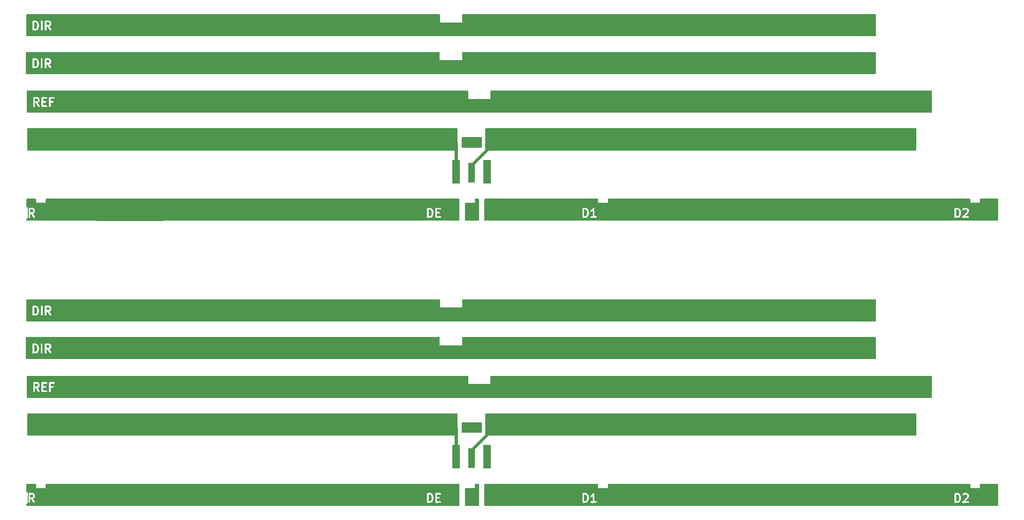
<source format=gbr>
%TF.GenerationSoftware,KiCad,Pcbnew,8.0.3*%
%TF.CreationDate,2024-06-11T13:51:46-04:00*%
%TF.ProjectId,915-yagi,3931352d-7961-4676-992e-6b696361645f,rev?*%
%TF.SameCoordinates,Original*%
%TF.FileFunction,Copper,L1,Top*%
%TF.FilePolarity,Positive*%
%FSLAX46Y46*%
G04 Gerber Fmt 4.6, Leading zero omitted, Abs format (unit mm)*
G04 Created by KiCad (PCBNEW 8.0.3) date 2024-06-11 13:51:46*
%MOMM*%
%LPD*%
G01*
G04 APERTURE LIST*
%ADD10C,0.300000*%
%TA.AperFunction,SMDPad,CuDef*%
%ADD11R,1.270000X3.600000*%
%TD*%
%TA.AperFunction,SMDPad,CuDef*%
%ADD12R,1.350000X4.200000*%
%TD*%
%TA.AperFunction,Conductor*%
%ADD13C,0.609600*%
%TD*%
G04 APERTURE END LIST*
D10*
G36*
X21611691Y-82136680D02*
G01*
X21650357Y-82173671D01*
X21697031Y-82263568D01*
X21698733Y-82407339D01*
X21655800Y-82496581D01*
X21618809Y-82535246D01*
X21529351Y-82581693D01*
X21348966Y-82582558D01*
X21343402Y-82581577D01*
X21338748Y-82582608D01*
X21137885Y-82583571D01*
X21136964Y-82095120D01*
X21521469Y-82093275D01*
X21611691Y-82136680D01*
G37*
G36*
X24874724Y-83762495D02*
G01*
X20672843Y-83762495D01*
X20672843Y-81945828D01*
X20839510Y-81945828D01*
X20842392Y-83475092D01*
X20864790Y-83529164D01*
X20906174Y-83570548D01*
X20960246Y-83592946D01*
X21018774Y-83592946D01*
X21072846Y-83570548D01*
X21114230Y-83529164D01*
X21136628Y-83475092D01*
X21139510Y-83445828D01*
X21138445Y-82880827D01*
X21267918Y-82880206D01*
X21742911Y-83554169D01*
X21792268Y-83585622D01*
X21849904Y-83595793D01*
X21907046Y-83583134D01*
X21954994Y-83549570D01*
X21986447Y-83500213D01*
X21996618Y-83442577D01*
X21983959Y-83385435D01*
X21969538Y-83359809D01*
X21622732Y-82867729D01*
X21628021Y-82865706D01*
X21770562Y-82791697D01*
X21787131Y-82784835D01*
X21792901Y-82780099D01*
X21795764Y-82778613D01*
X21798360Y-82775619D01*
X21809862Y-82766180D01*
X21881763Y-82691024D01*
X21893724Y-82680652D01*
X21897641Y-82674428D01*
X21899946Y-82672020D01*
X21901462Y-82668358D01*
X21909389Y-82655767D01*
X21969295Y-82531241D01*
X21971373Y-82529164D01*
X21978051Y-82513041D01*
X21991327Y-82485446D01*
X21991708Y-82480070D01*
X21993771Y-82475092D01*
X21996653Y-82445828D01*
X21994378Y-82253594D01*
X21995475Y-82250304D01*
X21994112Y-82231125D01*
X21993771Y-82202278D01*
X21991708Y-82197299D01*
X21991327Y-82191924D01*
X21980817Y-82164461D01*
X21906808Y-82021918D01*
X21899945Y-82005349D01*
X21895209Y-81999578D01*
X21893724Y-81996718D01*
X21890732Y-81994123D01*
X21881290Y-81982618D01*
X21842835Y-81945828D01*
X22339510Y-81945828D01*
X22342392Y-83475092D01*
X22364790Y-83529164D01*
X22406174Y-83570548D01*
X22460246Y-83592946D01*
X22489510Y-83595828D01*
X23233060Y-83592946D01*
X23287132Y-83570548D01*
X23328516Y-83529164D01*
X23350914Y-83475092D01*
X23350914Y-83416564D01*
X23328516Y-83362492D01*
X23287132Y-83321108D01*
X23233060Y-83298710D01*
X23203796Y-83295828D01*
X22639231Y-83298016D01*
X22638310Y-82809303D01*
X23018774Y-82807232D01*
X23072846Y-82784834D01*
X23114230Y-82743450D01*
X23136628Y-82689378D01*
X23136628Y-82630850D01*
X23114230Y-82576778D01*
X23072846Y-82535394D01*
X23018774Y-82512996D01*
X22989510Y-82510114D01*
X22637750Y-82512029D01*
X22636964Y-82095256D01*
X23233060Y-82092946D01*
X23287132Y-82070548D01*
X23328516Y-82029164D01*
X23350914Y-81975092D01*
X23350914Y-81945828D01*
X23696653Y-81945828D01*
X23699535Y-83475092D01*
X23721933Y-83529164D01*
X23763317Y-83570548D01*
X23817389Y-83592946D01*
X23875917Y-83592946D01*
X23929989Y-83570548D01*
X23971373Y-83529164D01*
X23993771Y-83475092D01*
X23996653Y-83445828D01*
X23995453Y-82809303D01*
X24375917Y-82807232D01*
X24429989Y-82784834D01*
X24471373Y-82743450D01*
X24493771Y-82689378D01*
X24493771Y-82630850D01*
X24471373Y-82576778D01*
X24429989Y-82535394D01*
X24375917Y-82512996D01*
X24346653Y-82510114D01*
X23994893Y-82512029D01*
X23994107Y-82095256D01*
X24590203Y-82092946D01*
X24644275Y-82070548D01*
X24685659Y-82029164D01*
X24708057Y-81975092D01*
X24708057Y-81916564D01*
X24685659Y-81862492D01*
X24644275Y-81821108D01*
X24590203Y-81798710D01*
X24560939Y-81795828D01*
X23817389Y-81798710D01*
X23763317Y-81821108D01*
X23721933Y-81862492D01*
X23699535Y-81916564D01*
X23696653Y-81945828D01*
X23350914Y-81945828D01*
X23350914Y-81916564D01*
X23328516Y-81862492D01*
X23287132Y-81821108D01*
X23233060Y-81798710D01*
X23203796Y-81795828D01*
X22460246Y-81798710D01*
X22406174Y-81821108D01*
X22364790Y-81862492D01*
X22342392Y-81916564D01*
X22339510Y-81945828D01*
X21842835Y-81945828D01*
X21806143Y-81910725D01*
X21795764Y-81898758D01*
X21789535Y-81894837D01*
X21787130Y-81892536D01*
X21783473Y-81891021D01*
X21770878Y-81883093D01*
X21646353Y-81823186D01*
X21644275Y-81821108D01*
X21628143Y-81814426D01*
X21600558Y-81801155D01*
X21595183Y-81800773D01*
X21590203Y-81798710D01*
X21560939Y-81795828D01*
X20960246Y-81798710D01*
X20906174Y-81821108D01*
X20864790Y-81862492D01*
X20842392Y-81916564D01*
X20839510Y-81945828D01*
X20672843Y-81945828D01*
X20672843Y-81629161D01*
X24874724Y-81629161D01*
X24874724Y-83762495D01*
G37*
G36*
X21362400Y-68350296D02*
G01*
X21463112Y-68448529D01*
X21516542Y-68551434D01*
X21581760Y-68802782D01*
X21583869Y-68980995D01*
X21523509Y-69231906D01*
X21469626Y-69343910D01*
X21368666Y-69447419D01*
X21213889Y-69500960D01*
X21024230Y-69502375D01*
X21021963Y-68299728D01*
X21200631Y-68298395D01*
X21362400Y-68350296D01*
G37*
G36*
X23710977Y-68341680D02*
G01*
X23749643Y-68378671D01*
X23796317Y-68468568D01*
X23798019Y-68612339D01*
X23755086Y-68701581D01*
X23718095Y-68740246D01*
X23628637Y-68786693D01*
X23448252Y-68787558D01*
X23442688Y-68786577D01*
X23438034Y-68787608D01*
X23237171Y-68788571D01*
X23236250Y-68300120D01*
X23620755Y-68298275D01*
X23710977Y-68341680D01*
G37*
G36*
X24262606Y-69967495D02*
G01*
X20557843Y-69967495D01*
X20557843Y-68150828D01*
X20724510Y-68150828D01*
X20727392Y-69680092D01*
X20749790Y-69734164D01*
X20791174Y-69775548D01*
X20845246Y-69797946D01*
X20874510Y-69800828D01*
X21229702Y-69798178D01*
X21250413Y-69799651D01*
X21257809Y-69797969D01*
X21260917Y-69797946D01*
X21264574Y-69796430D01*
X21279087Y-69793131D01*
X21471650Y-69726518D01*
X21475202Y-69726518D01*
X21493198Y-69719063D01*
X21520224Y-69709715D01*
X21524295Y-69706183D01*
X21529275Y-69704121D01*
X21552005Y-69685466D01*
X21693025Y-69540885D01*
X21707295Y-69528510D01*
X21711295Y-69522154D01*
X21713517Y-69519877D01*
X21715032Y-69516217D01*
X21722960Y-69503624D01*
X21788102Y-69368216D01*
X21795853Y-69357756D01*
X21803696Y-69335801D01*
X21804898Y-69333304D01*
X21804974Y-69332223D01*
X21805746Y-69330065D01*
X21872614Y-69052096D01*
X21878771Y-69037235D01*
X21880559Y-69019069D01*
X21881476Y-69015262D01*
X21881150Y-69013074D01*
X21881653Y-69007971D01*
X21879211Y-68801613D01*
X21881476Y-68786394D01*
X21878818Y-68768423D01*
X21878771Y-68764421D01*
X21877923Y-68762376D01*
X21877174Y-68757305D01*
X21805916Y-68482684D01*
X21804898Y-68468352D01*
X21796509Y-68446428D01*
X21795853Y-68443900D01*
X21795208Y-68443030D01*
X21794389Y-68440888D01*
X21720380Y-68298348D01*
X21713517Y-68281778D01*
X21708780Y-68276006D01*
X21707295Y-68273146D01*
X21704302Y-68270550D01*
X21694862Y-68259048D01*
X21583911Y-68150828D01*
X22224510Y-68150828D01*
X22227392Y-69680092D01*
X22249790Y-69734164D01*
X22291174Y-69775548D01*
X22345246Y-69797946D01*
X22403774Y-69797946D01*
X22457846Y-69775548D01*
X22499230Y-69734164D01*
X22521628Y-69680092D01*
X22524510Y-69650828D01*
X22521683Y-68150828D01*
X22938796Y-68150828D01*
X22941678Y-69680092D01*
X22964076Y-69734164D01*
X23005460Y-69775548D01*
X23059532Y-69797946D01*
X23118060Y-69797946D01*
X23172132Y-69775548D01*
X23213516Y-69734164D01*
X23235914Y-69680092D01*
X23238796Y-69650828D01*
X23237731Y-69085827D01*
X23367204Y-69085206D01*
X23842197Y-69759169D01*
X23891554Y-69790622D01*
X23949190Y-69800793D01*
X24006332Y-69788134D01*
X24054280Y-69754570D01*
X24085733Y-69705213D01*
X24095904Y-69647577D01*
X24083245Y-69590435D01*
X24068824Y-69564809D01*
X23722018Y-69072729D01*
X23727307Y-69070706D01*
X23869848Y-68996697D01*
X23886417Y-68989835D01*
X23892187Y-68985099D01*
X23895050Y-68983613D01*
X23897646Y-68980619D01*
X23909148Y-68971180D01*
X23981049Y-68896024D01*
X23993010Y-68885652D01*
X23996927Y-68879428D01*
X23999232Y-68877020D01*
X24000748Y-68873358D01*
X24008675Y-68860767D01*
X24068581Y-68736241D01*
X24070659Y-68734164D01*
X24077337Y-68718041D01*
X24090613Y-68690446D01*
X24090994Y-68685070D01*
X24093057Y-68680092D01*
X24095939Y-68650828D01*
X24093664Y-68458594D01*
X24094761Y-68455304D01*
X24093398Y-68436125D01*
X24093057Y-68407278D01*
X24090994Y-68402299D01*
X24090613Y-68396924D01*
X24080103Y-68369461D01*
X24006094Y-68226918D01*
X23999231Y-68210349D01*
X23994495Y-68204578D01*
X23993010Y-68201718D01*
X23990018Y-68199123D01*
X23980576Y-68187618D01*
X23905429Y-68115725D01*
X23895050Y-68103758D01*
X23888821Y-68099837D01*
X23886416Y-68097536D01*
X23882759Y-68096021D01*
X23870164Y-68088093D01*
X23745639Y-68028186D01*
X23743561Y-68026108D01*
X23727429Y-68019426D01*
X23699844Y-68006155D01*
X23694469Y-68005773D01*
X23689489Y-68003710D01*
X23660225Y-68000828D01*
X23059532Y-68003710D01*
X23005460Y-68026108D01*
X22964076Y-68067492D01*
X22941678Y-68121564D01*
X22938796Y-68150828D01*
X22521683Y-68150828D01*
X22521628Y-68121564D01*
X22499230Y-68067492D01*
X22457846Y-68026108D01*
X22403774Y-68003710D01*
X22345246Y-68003710D01*
X22291174Y-68026108D01*
X22249790Y-68067492D01*
X22227392Y-68121564D01*
X22224510Y-68150828D01*
X21583911Y-68150828D01*
X21565945Y-68133304D01*
X21564438Y-68130290D01*
X21550148Y-68117896D01*
X21529274Y-68097536D01*
X21524294Y-68095473D01*
X21520224Y-68091943D01*
X21493373Y-68079954D01*
X21278751Y-68011097D01*
X21260917Y-68003710D01*
X21253425Y-68002972D01*
X21250414Y-68002006D01*
X21246464Y-68002286D01*
X21231653Y-68000828D01*
X20845246Y-68003710D01*
X20791174Y-68026108D01*
X20749790Y-68067492D01*
X20727392Y-68121564D01*
X20724510Y-68150828D01*
X20557843Y-68150828D01*
X20557843Y-67834161D01*
X24262606Y-67834161D01*
X24262606Y-69967495D01*
G37*
G36*
X120387400Y-102140296D02*
G01*
X120488112Y-102238529D01*
X120541542Y-102341434D01*
X120606760Y-102592782D01*
X120608869Y-102770995D01*
X120548509Y-103021906D01*
X120494626Y-103133910D01*
X120393666Y-103237419D01*
X120238889Y-103290960D01*
X120049230Y-103292375D01*
X120046963Y-102089728D01*
X120225631Y-102088395D01*
X120387400Y-102140296D01*
G37*
G36*
X122499010Y-103757495D02*
G01*
X119582843Y-103757495D01*
X119582843Y-101940828D01*
X119749510Y-101940828D01*
X119752392Y-103470092D01*
X119774790Y-103524164D01*
X119816174Y-103565548D01*
X119870246Y-103587946D01*
X119899510Y-103590828D01*
X120254702Y-103588178D01*
X120275413Y-103589651D01*
X120282809Y-103587969D01*
X120285917Y-103587946D01*
X120289574Y-103586430D01*
X120304087Y-103583131D01*
X120496650Y-103516518D01*
X120500202Y-103516518D01*
X120518198Y-103509063D01*
X120545224Y-103499715D01*
X120549295Y-103496183D01*
X120554275Y-103494121D01*
X120577005Y-103475466D01*
X120718025Y-103330885D01*
X120732295Y-103318510D01*
X120736295Y-103312154D01*
X120738517Y-103309877D01*
X120740032Y-103306217D01*
X120747960Y-103293624D01*
X120813102Y-103158216D01*
X120820853Y-103147756D01*
X120828696Y-103125801D01*
X120829898Y-103123304D01*
X120829974Y-103122223D01*
X120830746Y-103120065D01*
X120897614Y-102842096D01*
X120903771Y-102827235D01*
X120905559Y-102809069D01*
X120906476Y-102805262D01*
X120906150Y-102803074D01*
X120906653Y-102797971D01*
X120904211Y-102591613D01*
X120906476Y-102576394D01*
X120903818Y-102558423D01*
X120903771Y-102554421D01*
X120902923Y-102552376D01*
X120902174Y-102547305D01*
X120851144Y-102350639D01*
X121179260Y-102350639D01*
X121183409Y-102409019D01*
X121209583Y-102461368D01*
X121253798Y-102499715D01*
X121309321Y-102518222D01*
X121367701Y-102514073D01*
X121395164Y-102503564D01*
X121537706Y-102429554D01*
X121554274Y-102422692D01*
X121560044Y-102417956D01*
X121562907Y-102416470D01*
X121565503Y-102413476D01*
X121577005Y-102404037D01*
X121607467Y-102372806D01*
X121609200Y-103292700D01*
X121298818Y-103293710D01*
X121244746Y-103316108D01*
X121203362Y-103357492D01*
X121180964Y-103411564D01*
X121180964Y-103470092D01*
X121203362Y-103524164D01*
X121244746Y-103565548D01*
X121298818Y-103587946D01*
X121328082Y-103590828D01*
X122214489Y-103587946D01*
X122268561Y-103565548D01*
X122309945Y-103524164D01*
X122332343Y-103470092D01*
X122332343Y-103411564D01*
X122309945Y-103357492D01*
X122268561Y-103316108D01*
X122214489Y-103293710D01*
X122185225Y-103290828D01*
X121906372Y-103291734D01*
X121903852Y-101954827D01*
X121906653Y-101940670D01*
X121903798Y-101926400D01*
X121903771Y-101911564D01*
X121898087Y-101897843D01*
X121895175Y-101883281D01*
X121886996Y-101871068D01*
X121881373Y-101857492D01*
X121870874Y-101846993D01*
X121862609Y-101834651D01*
X121850378Y-101826497D01*
X121839989Y-101816108D01*
X121826270Y-101810425D01*
X121813910Y-101802185D01*
X121799491Y-101799332D01*
X121785917Y-101793710D01*
X121771066Y-101793710D01*
X121756496Y-101790828D01*
X121742086Y-101793710D01*
X121727389Y-101793710D01*
X121713667Y-101799393D01*
X121699106Y-101802306D01*
X121686893Y-101810484D01*
X121673317Y-101816108D01*
X121662818Y-101826606D01*
X121650476Y-101834872D01*
X121632044Y-101857380D01*
X121631933Y-101857492D01*
X121631912Y-101857542D01*
X121631846Y-101857623D01*
X121505494Y-102051339D01*
X121387525Y-102172286D01*
X121236114Y-102250901D01*
X121197767Y-102295116D01*
X121179260Y-102350639D01*
X120851144Y-102350639D01*
X120830916Y-102272684D01*
X120829898Y-102258352D01*
X120821509Y-102236428D01*
X120820853Y-102233900D01*
X120820208Y-102233030D01*
X120819389Y-102230888D01*
X120745380Y-102088348D01*
X120738517Y-102071778D01*
X120733780Y-102066006D01*
X120732295Y-102063146D01*
X120729302Y-102060550D01*
X120719862Y-102049048D01*
X120590945Y-101923304D01*
X120589438Y-101920290D01*
X120575148Y-101907896D01*
X120554274Y-101887536D01*
X120549294Y-101885473D01*
X120545224Y-101881943D01*
X120518373Y-101869954D01*
X120303751Y-101801097D01*
X120285917Y-101793710D01*
X120278425Y-101792972D01*
X120275414Y-101792006D01*
X120271464Y-101792286D01*
X120256653Y-101790828D01*
X119870246Y-101793710D01*
X119816174Y-101816108D01*
X119774790Y-101857492D01*
X119752392Y-101911564D01*
X119749510Y-101940828D01*
X119582843Y-101940828D01*
X119582843Y-101624161D01*
X122499010Y-101624161D01*
X122499010Y-103757495D01*
G37*
G36*
X20771691Y-102131680D02*
G01*
X20810357Y-102168671D01*
X20857031Y-102258568D01*
X20858733Y-102402339D01*
X20815800Y-102491581D01*
X20778809Y-102530246D01*
X20689351Y-102576693D01*
X20508966Y-102577558D01*
X20503402Y-102576577D01*
X20498748Y-102577608D01*
X20297885Y-102578571D01*
X20296964Y-102090120D01*
X20681469Y-102088275D01*
X20771691Y-102131680D01*
G37*
G36*
X21323320Y-103757460D02*
G01*
X19832843Y-103757460D01*
X19832843Y-101940828D01*
X19999510Y-101940828D01*
X20002392Y-103470092D01*
X20024790Y-103524164D01*
X20066174Y-103565548D01*
X20120246Y-103587946D01*
X20178774Y-103587946D01*
X20232846Y-103565548D01*
X20274230Y-103524164D01*
X20296628Y-103470092D01*
X20299510Y-103440828D01*
X20298445Y-102875827D01*
X20427918Y-102875206D01*
X20902911Y-103549169D01*
X20952268Y-103580622D01*
X21009904Y-103590793D01*
X21067046Y-103578134D01*
X21114994Y-103544570D01*
X21146447Y-103495213D01*
X21156618Y-103437577D01*
X21143959Y-103380435D01*
X21129538Y-103354809D01*
X20782732Y-102862729D01*
X20788021Y-102860706D01*
X20930562Y-102786697D01*
X20947131Y-102779835D01*
X20952901Y-102775099D01*
X20955764Y-102773613D01*
X20958360Y-102770619D01*
X20969862Y-102761180D01*
X21041763Y-102686024D01*
X21053724Y-102675652D01*
X21057641Y-102669428D01*
X21059946Y-102667020D01*
X21061462Y-102663358D01*
X21069389Y-102650767D01*
X21129295Y-102526241D01*
X21131373Y-102524164D01*
X21138051Y-102508041D01*
X21151327Y-102480446D01*
X21151708Y-102475070D01*
X21153771Y-102470092D01*
X21156653Y-102440828D01*
X21154378Y-102248594D01*
X21155475Y-102245304D01*
X21154112Y-102226125D01*
X21153771Y-102197278D01*
X21151708Y-102192299D01*
X21151327Y-102186924D01*
X21140817Y-102159461D01*
X21066808Y-102016918D01*
X21059945Y-102000349D01*
X21055209Y-101994578D01*
X21053724Y-101991718D01*
X21050732Y-101989123D01*
X21041290Y-101977618D01*
X20966143Y-101905725D01*
X20955764Y-101893758D01*
X20949535Y-101889837D01*
X20947130Y-101887536D01*
X20943473Y-101886021D01*
X20930878Y-101878093D01*
X20806353Y-101818186D01*
X20804275Y-101816108D01*
X20788143Y-101809426D01*
X20760558Y-101796155D01*
X20755183Y-101795773D01*
X20750203Y-101793710D01*
X20720939Y-101790828D01*
X20120246Y-101793710D01*
X20066174Y-101816108D01*
X20024790Y-101857492D01*
X20002392Y-101911564D01*
X19999510Y-101940828D01*
X19832843Y-101940828D01*
X19832843Y-101624161D01*
X21323320Y-101624161D01*
X21323320Y-103757460D01*
G37*
G36*
X21347400Y-75160296D02*
G01*
X21448112Y-75258529D01*
X21501542Y-75361434D01*
X21566760Y-75612782D01*
X21568869Y-75790995D01*
X21508509Y-76041906D01*
X21454626Y-76153910D01*
X21353666Y-76257419D01*
X21198889Y-76310960D01*
X21009230Y-76312375D01*
X21006963Y-75109728D01*
X21185631Y-75108395D01*
X21347400Y-75160296D01*
G37*
G36*
X23695977Y-75151680D02*
G01*
X23734643Y-75188671D01*
X23781317Y-75278568D01*
X23783019Y-75422339D01*
X23740086Y-75511581D01*
X23703095Y-75550246D01*
X23613637Y-75596693D01*
X23433252Y-75597558D01*
X23427688Y-75596577D01*
X23423034Y-75597608D01*
X23222171Y-75598571D01*
X23221250Y-75110120D01*
X23605755Y-75108275D01*
X23695977Y-75151680D01*
G37*
G36*
X24247606Y-76777495D02*
G01*
X20542843Y-76777495D01*
X20542843Y-74960828D01*
X20709510Y-74960828D01*
X20712392Y-76490092D01*
X20734790Y-76544164D01*
X20776174Y-76585548D01*
X20830246Y-76607946D01*
X20859510Y-76610828D01*
X21214702Y-76608178D01*
X21235413Y-76609651D01*
X21242809Y-76607969D01*
X21245917Y-76607946D01*
X21249574Y-76606430D01*
X21264087Y-76603131D01*
X21456650Y-76536518D01*
X21460202Y-76536518D01*
X21478198Y-76529063D01*
X21505224Y-76519715D01*
X21509295Y-76516183D01*
X21514275Y-76514121D01*
X21537005Y-76495466D01*
X21678025Y-76350885D01*
X21692295Y-76338510D01*
X21696295Y-76332154D01*
X21698517Y-76329877D01*
X21700032Y-76326217D01*
X21707960Y-76313624D01*
X21773102Y-76178216D01*
X21780853Y-76167756D01*
X21788696Y-76145801D01*
X21789898Y-76143304D01*
X21789974Y-76142223D01*
X21790746Y-76140065D01*
X21857614Y-75862096D01*
X21863771Y-75847235D01*
X21865559Y-75829069D01*
X21866476Y-75825262D01*
X21866150Y-75823074D01*
X21866653Y-75817971D01*
X21864211Y-75611613D01*
X21866476Y-75596394D01*
X21863818Y-75578423D01*
X21863771Y-75574421D01*
X21862923Y-75572376D01*
X21862174Y-75567305D01*
X21790916Y-75292684D01*
X21789898Y-75278352D01*
X21781509Y-75256428D01*
X21780853Y-75253900D01*
X21780208Y-75253030D01*
X21779389Y-75250888D01*
X21705380Y-75108348D01*
X21698517Y-75091778D01*
X21693780Y-75086006D01*
X21692295Y-75083146D01*
X21689302Y-75080550D01*
X21679862Y-75069048D01*
X21568911Y-74960828D01*
X22209510Y-74960828D01*
X22212392Y-76490092D01*
X22234790Y-76544164D01*
X22276174Y-76585548D01*
X22330246Y-76607946D01*
X22388774Y-76607946D01*
X22442846Y-76585548D01*
X22484230Y-76544164D01*
X22506628Y-76490092D01*
X22509510Y-76460828D01*
X22506683Y-74960828D01*
X22923796Y-74960828D01*
X22926678Y-76490092D01*
X22949076Y-76544164D01*
X22990460Y-76585548D01*
X23044532Y-76607946D01*
X23103060Y-76607946D01*
X23157132Y-76585548D01*
X23198516Y-76544164D01*
X23220914Y-76490092D01*
X23223796Y-76460828D01*
X23222731Y-75895827D01*
X23352204Y-75895206D01*
X23827197Y-76569169D01*
X23876554Y-76600622D01*
X23934190Y-76610793D01*
X23991332Y-76598134D01*
X24039280Y-76564570D01*
X24070733Y-76515213D01*
X24080904Y-76457577D01*
X24068245Y-76400435D01*
X24053824Y-76374809D01*
X23707018Y-75882729D01*
X23712307Y-75880706D01*
X23854848Y-75806697D01*
X23871417Y-75799835D01*
X23877187Y-75795099D01*
X23880050Y-75793613D01*
X23882646Y-75790619D01*
X23894148Y-75781180D01*
X23966049Y-75706024D01*
X23978010Y-75695652D01*
X23981927Y-75689428D01*
X23984232Y-75687020D01*
X23985748Y-75683358D01*
X23993675Y-75670767D01*
X24053581Y-75546241D01*
X24055659Y-75544164D01*
X24062337Y-75528041D01*
X24075613Y-75500446D01*
X24075994Y-75495070D01*
X24078057Y-75490092D01*
X24080939Y-75460828D01*
X24078664Y-75268594D01*
X24079761Y-75265304D01*
X24078398Y-75246125D01*
X24078057Y-75217278D01*
X24075994Y-75212299D01*
X24075613Y-75206924D01*
X24065103Y-75179461D01*
X23991094Y-75036918D01*
X23984231Y-75020349D01*
X23979495Y-75014578D01*
X23978010Y-75011718D01*
X23975018Y-75009123D01*
X23965576Y-74997618D01*
X23890429Y-74925725D01*
X23880050Y-74913758D01*
X23873821Y-74909837D01*
X23871416Y-74907536D01*
X23867759Y-74906021D01*
X23855164Y-74898093D01*
X23730639Y-74838186D01*
X23728561Y-74836108D01*
X23712429Y-74829426D01*
X23684844Y-74816155D01*
X23679469Y-74815773D01*
X23674489Y-74813710D01*
X23645225Y-74810828D01*
X23044532Y-74813710D01*
X22990460Y-74836108D01*
X22949076Y-74877492D01*
X22926678Y-74931564D01*
X22923796Y-74960828D01*
X22506683Y-74960828D01*
X22506628Y-74931564D01*
X22484230Y-74877492D01*
X22442846Y-74836108D01*
X22388774Y-74813710D01*
X22330246Y-74813710D01*
X22276174Y-74836108D01*
X22234790Y-74877492D01*
X22212392Y-74931564D01*
X22209510Y-74960828D01*
X21568911Y-74960828D01*
X21550945Y-74943304D01*
X21549438Y-74940290D01*
X21535148Y-74927896D01*
X21514274Y-74907536D01*
X21509294Y-74905473D01*
X21505224Y-74901943D01*
X21478373Y-74889954D01*
X21263751Y-74821097D01*
X21245917Y-74813710D01*
X21238425Y-74812972D01*
X21235414Y-74812006D01*
X21231464Y-74812286D01*
X21216653Y-74810828D01*
X20830246Y-74813710D01*
X20776174Y-74836108D01*
X20734790Y-74877492D01*
X20712392Y-74931564D01*
X20709510Y-74960828D01*
X20542843Y-74960828D01*
X20542843Y-74644161D01*
X24247606Y-74644161D01*
X24247606Y-76777495D01*
G37*
G36*
X187387400Y-102140296D02*
G01*
X187488112Y-102238529D01*
X187541542Y-102341434D01*
X187606760Y-102592782D01*
X187608869Y-102770995D01*
X187548509Y-103021906D01*
X187494626Y-103133910D01*
X187393666Y-103237419D01*
X187238889Y-103290960D01*
X187049230Y-103292375D01*
X187046963Y-102089728D01*
X187225631Y-102088395D01*
X187387400Y-102140296D01*
G37*
G36*
X189501892Y-103757495D02*
G01*
X186582843Y-103757495D01*
X186582843Y-101940828D01*
X186749510Y-101940828D01*
X186752392Y-103470091D01*
X186752392Y-103470092D01*
X186774790Y-103524164D01*
X186816174Y-103565548D01*
X186870246Y-103587946D01*
X186899510Y-103590828D01*
X187254702Y-103588178D01*
X187275413Y-103589651D01*
X187282809Y-103587969D01*
X187285917Y-103587946D01*
X187289574Y-103586430D01*
X187304087Y-103583131D01*
X187496650Y-103516518D01*
X187500202Y-103516518D01*
X187518198Y-103509063D01*
X187545224Y-103499715D01*
X187549295Y-103496183D01*
X187554275Y-103494121D01*
X187577005Y-103475466D01*
X187639332Y-103411565D01*
X188109535Y-103411565D01*
X188109535Y-103470091D01*
X188131932Y-103524163D01*
X188173318Y-103565549D01*
X188204992Y-103578668D01*
X188227389Y-103587946D01*
X188256653Y-103590828D01*
X189214489Y-103587946D01*
X189268561Y-103565548D01*
X189309945Y-103524164D01*
X189332343Y-103470092D01*
X189332343Y-103411564D01*
X189309945Y-103357492D01*
X189268561Y-103316108D01*
X189214489Y-103293710D01*
X189185225Y-103290828D01*
X188615893Y-103292541D01*
X189201290Y-102704420D01*
X189205762Y-102702185D01*
X189220974Y-102684645D01*
X189238517Y-102667021D01*
X189240580Y-102662039D01*
X189244110Y-102657970D01*
X189256098Y-102631120D01*
X189324955Y-102416499D01*
X189332343Y-102398664D01*
X189333080Y-102391172D01*
X189334047Y-102388161D01*
X189333766Y-102384211D01*
X189335225Y-102369400D01*
X189333190Y-102247873D01*
X189334047Y-102245303D01*
X189332869Y-102228738D01*
X189332343Y-102197278D01*
X189330279Y-102192297D01*
X189329898Y-102186923D01*
X189319389Y-102159459D01*
X189245378Y-102016916D01*
X189238517Y-102000349D01*
X189233780Y-101994577D01*
X189232295Y-101991717D01*
X189229302Y-101989121D01*
X189219862Y-101977619D01*
X189144712Y-101905722D01*
X189134336Y-101893758D01*
X189128110Y-101889839D01*
X189125703Y-101887536D01*
X189122043Y-101886020D01*
X189109450Y-101878093D01*
X188984922Y-101818184D01*
X188982846Y-101816108D01*
X188966728Y-101809431D01*
X188939129Y-101796154D01*
X188933751Y-101795771D01*
X188928774Y-101793710D01*
X188899510Y-101790828D01*
X188565077Y-101793322D01*
X188561129Y-101792006D01*
X188539966Y-101793509D01*
X188513104Y-101793710D01*
X188508126Y-101795771D01*
X188502749Y-101796154D01*
X188475286Y-101806664D01*
X188332743Y-101880673D01*
X188316174Y-101887536D01*
X188310402Y-101892272D01*
X188307542Y-101893758D01*
X188304946Y-101896750D01*
X188293444Y-101906191D01*
X188203361Y-102000350D01*
X188180964Y-102054422D01*
X188180964Y-102112948D01*
X188203361Y-102167020D01*
X188244747Y-102208406D01*
X188298819Y-102230803D01*
X188357345Y-102230803D01*
X188411417Y-102208406D01*
X188434148Y-102189751D01*
X188484496Y-102137124D01*
X188574120Y-102090591D01*
X188860414Y-102088455D01*
X188950264Y-102131681D01*
X188988928Y-102168671D01*
X189035766Y-102258882D01*
X189037125Y-102340036D01*
X188985970Y-102499479D01*
X188131932Y-103357493D01*
X188109535Y-103411565D01*
X187639332Y-103411565D01*
X187718025Y-103330885D01*
X187732295Y-103318510D01*
X187736295Y-103312154D01*
X187738517Y-103309877D01*
X187740032Y-103306217D01*
X187747960Y-103293624D01*
X187813102Y-103158216D01*
X187820853Y-103147756D01*
X187828696Y-103125801D01*
X187829898Y-103123304D01*
X187829974Y-103122223D01*
X187830746Y-103120065D01*
X187897614Y-102842096D01*
X187903771Y-102827235D01*
X187905559Y-102809069D01*
X187906476Y-102805262D01*
X187906150Y-102803074D01*
X187906653Y-102797971D01*
X187904211Y-102591613D01*
X187906476Y-102576394D01*
X187903818Y-102558423D01*
X187903771Y-102554421D01*
X187902923Y-102552376D01*
X187902174Y-102547305D01*
X187830916Y-102272684D01*
X187829898Y-102258352D01*
X187821509Y-102236428D01*
X187820853Y-102233900D01*
X187820208Y-102233030D01*
X187819389Y-102230888D01*
X187745380Y-102088348D01*
X187738517Y-102071778D01*
X187733780Y-102066006D01*
X187732295Y-102063146D01*
X187729302Y-102060550D01*
X187719862Y-102049048D01*
X187590945Y-101923304D01*
X187589438Y-101920290D01*
X187575148Y-101907896D01*
X187554274Y-101887536D01*
X187549294Y-101885473D01*
X187545224Y-101881943D01*
X187518373Y-101869954D01*
X187303751Y-101801097D01*
X187285917Y-101793710D01*
X187278425Y-101792972D01*
X187275414Y-101792006D01*
X187271464Y-101792286D01*
X187256653Y-101790828D01*
X186870246Y-101793710D01*
X186816174Y-101816108D01*
X186774790Y-101857492D01*
X186752392Y-101911564D01*
X186749510Y-101940828D01*
X186582843Y-101940828D01*
X186582843Y-101624161D01*
X189501892Y-101624161D01*
X189501892Y-103757495D01*
G37*
G36*
X92387400Y-102140296D02*
G01*
X92488112Y-102238529D01*
X92541542Y-102341434D01*
X92606760Y-102592782D01*
X92608869Y-102770995D01*
X92548509Y-103021906D01*
X92494626Y-103133910D01*
X92393666Y-103237419D01*
X92238889Y-103290960D01*
X92049230Y-103292375D01*
X92046963Y-102089728D01*
X92225631Y-102088395D01*
X92387400Y-102140296D01*
G37*
G36*
X94427581Y-103757495D02*
G01*
X91582843Y-103757495D01*
X91582843Y-101940828D01*
X91749510Y-101940828D01*
X91752392Y-103470092D01*
X91774790Y-103524164D01*
X91816174Y-103565548D01*
X91870246Y-103587946D01*
X91899510Y-103590828D01*
X92254702Y-103588178D01*
X92275413Y-103589651D01*
X92282809Y-103587969D01*
X92285917Y-103587946D01*
X92289574Y-103586430D01*
X92304087Y-103583131D01*
X92496650Y-103516518D01*
X92500202Y-103516518D01*
X92518198Y-103509063D01*
X92545224Y-103499715D01*
X92549295Y-103496183D01*
X92554275Y-103494121D01*
X92577005Y-103475466D01*
X92718025Y-103330885D01*
X92732295Y-103318510D01*
X92736295Y-103312154D01*
X92738517Y-103309877D01*
X92740032Y-103306217D01*
X92747960Y-103293624D01*
X92813102Y-103158216D01*
X92820853Y-103147756D01*
X92828696Y-103125801D01*
X92829898Y-103123304D01*
X92829974Y-103122223D01*
X92830746Y-103120065D01*
X92897614Y-102842096D01*
X92903771Y-102827235D01*
X92905559Y-102809069D01*
X92906476Y-102805262D01*
X92906150Y-102803074D01*
X92906653Y-102797971D01*
X92904211Y-102591613D01*
X92906476Y-102576394D01*
X92903818Y-102558423D01*
X92903771Y-102554421D01*
X92902923Y-102552376D01*
X92902174Y-102547305D01*
X92830916Y-102272684D01*
X92829898Y-102258352D01*
X92821509Y-102236428D01*
X92820853Y-102233900D01*
X92820208Y-102233030D01*
X92819389Y-102230888D01*
X92745380Y-102088348D01*
X92738517Y-102071778D01*
X92733780Y-102066006D01*
X92732295Y-102063146D01*
X92729302Y-102060550D01*
X92719862Y-102049048D01*
X92608911Y-101940828D01*
X93249510Y-101940828D01*
X93252392Y-103470092D01*
X93274790Y-103524164D01*
X93316174Y-103565548D01*
X93370246Y-103587946D01*
X93399510Y-103590828D01*
X94143060Y-103587946D01*
X94197132Y-103565548D01*
X94238516Y-103524164D01*
X94260914Y-103470092D01*
X94260914Y-103411564D01*
X94238516Y-103357492D01*
X94197132Y-103316108D01*
X94143060Y-103293710D01*
X94113796Y-103290828D01*
X93549231Y-103293016D01*
X93548310Y-102804303D01*
X93928774Y-102802232D01*
X93982846Y-102779834D01*
X94024230Y-102738450D01*
X94046628Y-102684378D01*
X94046628Y-102625850D01*
X94024230Y-102571778D01*
X93982846Y-102530394D01*
X93928774Y-102507996D01*
X93899510Y-102505114D01*
X93547750Y-102507029D01*
X93546964Y-102090256D01*
X94143060Y-102087946D01*
X94197132Y-102065548D01*
X94238516Y-102024164D01*
X94260914Y-101970092D01*
X94260914Y-101911564D01*
X94238516Y-101857492D01*
X94197132Y-101816108D01*
X94143060Y-101793710D01*
X94113796Y-101790828D01*
X93370246Y-101793710D01*
X93316174Y-101816108D01*
X93274790Y-101857492D01*
X93252392Y-101911564D01*
X93249510Y-101940828D01*
X92608911Y-101940828D01*
X92590945Y-101923304D01*
X92589438Y-101920290D01*
X92575148Y-101907896D01*
X92554274Y-101887536D01*
X92549294Y-101885473D01*
X92545224Y-101881943D01*
X92518373Y-101869954D01*
X92303751Y-101801097D01*
X92285917Y-101793710D01*
X92278425Y-101792972D01*
X92275414Y-101792006D01*
X92271464Y-101792286D01*
X92256653Y-101790828D01*
X91870246Y-101793710D01*
X91816174Y-101816108D01*
X91774790Y-101857492D01*
X91752392Y-101911564D01*
X91749510Y-101940828D01*
X91582843Y-101940828D01*
X91582843Y-101624161D01*
X94427581Y-101624161D01*
X94427581Y-103757495D01*
G37*
G36*
X92387400Y-50705296D02*
G01*
X92488112Y-50803529D01*
X92541542Y-50906434D01*
X92606760Y-51157782D01*
X92608869Y-51335995D01*
X92548509Y-51586906D01*
X92494626Y-51698910D01*
X92393666Y-51802419D01*
X92238889Y-51855960D01*
X92049230Y-51857375D01*
X92046963Y-50654728D01*
X92225631Y-50653395D01*
X92387400Y-50705296D01*
G37*
G36*
X94427581Y-52322495D02*
G01*
X91582843Y-52322495D01*
X91582843Y-50505828D01*
X91749510Y-50505828D01*
X91752392Y-52035092D01*
X91774790Y-52089164D01*
X91816174Y-52130548D01*
X91870246Y-52152946D01*
X91899510Y-52155828D01*
X92254702Y-52153178D01*
X92275413Y-52154651D01*
X92282809Y-52152969D01*
X92285917Y-52152946D01*
X92289574Y-52151430D01*
X92304087Y-52148131D01*
X92496650Y-52081518D01*
X92500202Y-52081518D01*
X92518198Y-52074063D01*
X92545224Y-52064715D01*
X92549295Y-52061183D01*
X92554275Y-52059121D01*
X92577005Y-52040466D01*
X92718025Y-51895885D01*
X92732295Y-51883510D01*
X92736295Y-51877154D01*
X92738517Y-51874877D01*
X92740032Y-51871217D01*
X92747960Y-51858624D01*
X92813102Y-51723216D01*
X92820853Y-51712756D01*
X92828696Y-51690801D01*
X92829898Y-51688304D01*
X92829974Y-51687223D01*
X92830746Y-51685065D01*
X92897614Y-51407096D01*
X92903771Y-51392235D01*
X92905559Y-51374069D01*
X92906476Y-51370262D01*
X92906150Y-51368074D01*
X92906653Y-51362971D01*
X92904211Y-51156613D01*
X92906476Y-51141394D01*
X92903818Y-51123423D01*
X92903771Y-51119421D01*
X92902923Y-51117376D01*
X92902174Y-51112305D01*
X92830916Y-50837684D01*
X92829898Y-50823352D01*
X92821509Y-50801428D01*
X92820853Y-50798900D01*
X92820208Y-50798030D01*
X92819389Y-50795888D01*
X92745380Y-50653348D01*
X92738517Y-50636778D01*
X92733780Y-50631006D01*
X92732295Y-50628146D01*
X92729302Y-50625550D01*
X92719862Y-50614048D01*
X92608911Y-50505828D01*
X93249510Y-50505828D01*
X93252392Y-52035092D01*
X93274790Y-52089164D01*
X93316174Y-52130548D01*
X93370246Y-52152946D01*
X93399510Y-52155828D01*
X94143060Y-52152946D01*
X94197132Y-52130548D01*
X94238516Y-52089164D01*
X94260914Y-52035092D01*
X94260914Y-51976564D01*
X94238516Y-51922492D01*
X94197132Y-51881108D01*
X94143060Y-51858710D01*
X94113796Y-51855828D01*
X93549231Y-51858016D01*
X93548310Y-51369303D01*
X93928774Y-51367232D01*
X93982846Y-51344834D01*
X94024230Y-51303450D01*
X94046628Y-51249378D01*
X94046628Y-51190850D01*
X94024230Y-51136778D01*
X93982846Y-51095394D01*
X93928774Y-51072996D01*
X93899510Y-51070114D01*
X93547750Y-51072029D01*
X93546964Y-50655256D01*
X94143060Y-50652946D01*
X94197132Y-50630548D01*
X94238516Y-50589164D01*
X94260914Y-50535092D01*
X94260914Y-50476564D01*
X94238516Y-50422492D01*
X94197132Y-50381108D01*
X94143060Y-50358710D01*
X94113796Y-50355828D01*
X93370246Y-50358710D01*
X93316174Y-50381108D01*
X93274790Y-50422492D01*
X93252392Y-50476564D01*
X93249510Y-50505828D01*
X92608911Y-50505828D01*
X92590945Y-50488304D01*
X92589438Y-50485290D01*
X92575148Y-50472896D01*
X92554274Y-50452536D01*
X92549294Y-50450473D01*
X92545224Y-50446943D01*
X92518373Y-50434954D01*
X92303751Y-50366097D01*
X92285917Y-50358710D01*
X92278425Y-50357972D01*
X92275414Y-50357006D01*
X92271464Y-50357286D01*
X92256653Y-50355828D01*
X91870246Y-50358710D01*
X91816174Y-50381108D01*
X91774790Y-50422492D01*
X91752392Y-50476564D01*
X91749510Y-50505828D01*
X91582843Y-50505828D01*
X91582843Y-50189161D01*
X94427581Y-50189161D01*
X94427581Y-52322495D01*
G37*
G36*
X187387400Y-50705296D02*
G01*
X187488112Y-50803529D01*
X187541542Y-50906434D01*
X187606760Y-51157782D01*
X187608869Y-51335995D01*
X187548509Y-51586906D01*
X187494626Y-51698910D01*
X187393666Y-51802419D01*
X187238889Y-51855960D01*
X187049230Y-51857375D01*
X187046963Y-50654728D01*
X187225631Y-50653395D01*
X187387400Y-50705296D01*
G37*
G36*
X189501892Y-52322495D02*
G01*
X186582843Y-52322495D01*
X186582843Y-50505828D01*
X186749510Y-50505828D01*
X186752392Y-52035091D01*
X186752392Y-52035092D01*
X186774790Y-52089164D01*
X186816174Y-52130548D01*
X186870246Y-52152946D01*
X186899510Y-52155828D01*
X187254702Y-52153178D01*
X187275413Y-52154651D01*
X187282809Y-52152969D01*
X187285917Y-52152946D01*
X187289574Y-52151430D01*
X187304087Y-52148131D01*
X187496650Y-52081518D01*
X187500202Y-52081518D01*
X187518198Y-52074063D01*
X187545224Y-52064715D01*
X187549295Y-52061183D01*
X187554275Y-52059121D01*
X187577005Y-52040466D01*
X187639332Y-51976565D01*
X188109535Y-51976565D01*
X188109535Y-52035091D01*
X188131932Y-52089163D01*
X188173318Y-52130549D01*
X188204992Y-52143668D01*
X188227389Y-52152946D01*
X188256653Y-52155828D01*
X189214489Y-52152946D01*
X189268561Y-52130548D01*
X189309945Y-52089164D01*
X189332343Y-52035092D01*
X189332343Y-51976564D01*
X189309945Y-51922492D01*
X189268561Y-51881108D01*
X189214489Y-51858710D01*
X189185225Y-51855828D01*
X188615893Y-51857541D01*
X189201290Y-51269420D01*
X189205762Y-51267185D01*
X189220974Y-51249645D01*
X189238517Y-51232021D01*
X189240580Y-51227039D01*
X189244110Y-51222970D01*
X189256098Y-51196120D01*
X189324955Y-50981499D01*
X189332343Y-50963664D01*
X189333080Y-50956172D01*
X189334047Y-50953161D01*
X189333766Y-50949211D01*
X189335225Y-50934400D01*
X189333190Y-50812873D01*
X189334047Y-50810303D01*
X189332869Y-50793738D01*
X189332343Y-50762278D01*
X189330279Y-50757297D01*
X189329898Y-50751923D01*
X189319389Y-50724459D01*
X189245378Y-50581916D01*
X189238517Y-50565349D01*
X189233780Y-50559577D01*
X189232295Y-50556717D01*
X189229302Y-50554121D01*
X189219862Y-50542619D01*
X189144712Y-50470722D01*
X189134336Y-50458758D01*
X189128110Y-50454839D01*
X189125703Y-50452536D01*
X189122043Y-50451020D01*
X189109450Y-50443093D01*
X188984922Y-50383184D01*
X188982846Y-50381108D01*
X188966728Y-50374431D01*
X188939129Y-50361154D01*
X188933751Y-50360771D01*
X188928774Y-50358710D01*
X188899510Y-50355828D01*
X188565077Y-50358322D01*
X188561129Y-50357006D01*
X188539966Y-50358509D01*
X188513104Y-50358710D01*
X188508126Y-50360771D01*
X188502749Y-50361154D01*
X188475286Y-50371664D01*
X188332743Y-50445673D01*
X188316174Y-50452536D01*
X188310402Y-50457272D01*
X188307542Y-50458758D01*
X188304946Y-50461750D01*
X188293444Y-50471191D01*
X188203361Y-50565350D01*
X188180964Y-50619422D01*
X188180964Y-50677948D01*
X188203361Y-50732020D01*
X188244747Y-50773406D01*
X188298819Y-50795803D01*
X188357345Y-50795803D01*
X188411417Y-50773406D01*
X188434148Y-50754751D01*
X188484496Y-50702124D01*
X188574120Y-50655591D01*
X188860414Y-50653455D01*
X188950264Y-50696681D01*
X188988928Y-50733671D01*
X189035766Y-50823882D01*
X189037125Y-50905036D01*
X188985970Y-51064479D01*
X188131932Y-51922493D01*
X188109535Y-51976565D01*
X187639332Y-51976565D01*
X187718025Y-51895885D01*
X187732295Y-51883510D01*
X187736295Y-51877154D01*
X187738517Y-51874877D01*
X187740032Y-51871217D01*
X187747960Y-51858624D01*
X187813102Y-51723216D01*
X187820853Y-51712756D01*
X187828696Y-51690801D01*
X187829898Y-51688304D01*
X187829974Y-51687223D01*
X187830746Y-51685065D01*
X187897614Y-51407096D01*
X187903771Y-51392235D01*
X187905559Y-51374069D01*
X187906476Y-51370262D01*
X187906150Y-51368074D01*
X187906653Y-51362971D01*
X187904211Y-51156613D01*
X187906476Y-51141394D01*
X187903818Y-51123423D01*
X187903771Y-51119421D01*
X187902923Y-51117376D01*
X187902174Y-51112305D01*
X187830916Y-50837684D01*
X187829898Y-50823352D01*
X187821509Y-50801428D01*
X187820853Y-50798900D01*
X187820208Y-50798030D01*
X187819389Y-50795888D01*
X187745380Y-50653348D01*
X187738517Y-50636778D01*
X187733780Y-50631006D01*
X187732295Y-50628146D01*
X187729302Y-50625550D01*
X187719862Y-50614048D01*
X187590945Y-50488304D01*
X187589438Y-50485290D01*
X187575148Y-50472896D01*
X187554274Y-50452536D01*
X187549294Y-50450473D01*
X187545224Y-50446943D01*
X187518373Y-50434954D01*
X187303751Y-50366097D01*
X187285917Y-50358710D01*
X187278425Y-50357972D01*
X187275414Y-50357006D01*
X187271464Y-50357286D01*
X187256653Y-50355828D01*
X186870246Y-50358710D01*
X186816174Y-50381108D01*
X186774790Y-50422492D01*
X186752392Y-50476564D01*
X186749510Y-50505828D01*
X186582843Y-50505828D01*
X186582843Y-50189161D01*
X189501892Y-50189161D01*
X189501892Y-52322495D01*
G37*
G36*
X21347400Y-23725296D02*
G01*
X21448112Y-23823529D01*
X21501542Y-23926434D01*
X21566760Y-24177782D01*
X21568869Y-24355995D01*
X21508509Y-24606906D01*
X21454626Y-24718910D01*
X21353666Y-24822419D01*
X21198889Y-24875960D01*
X21009230Y-24877375D01*
X21006963Y-23674728D01*
X21185631Y-23673395D01*
X21347400Y-23725296D01*
G37*
G36*
X23695977Y-23716680D02*
G01*
X23734643Y-23753671D01*
X23781317Y-23843568D01*
X23783019Y-23987339D01*
X23740086Y-24076581D01*
X23703095Y-24115246D01*
X23613637Y-24161693D01*
X23433252Y-24162558D01*
X23427688Y-24161577D01*
X23423034Y-24162608D01*
X23222171Y-24163571D01*
X23221250Y-23675120D01*
X23605755Y-23673275D01*
X23695977Y-23716680D01*
G37*
G36*
X24247606Y-25342495D02*
G01*
X20542843Y-25342495D01*
X20542843Y-23525828D01*
X20709510Y-23525828D01*
X20712392Y-25055092D01*
X20734790Y-25109164D01*
X20776174Y-25150548D01*
X20830246Y-25172946D01*
X20859510Y-25175828D01*
X21214702Y-25173178D01*
X21235413Y-25174651D01*
X21242809Y-25172969D01*
X21245917Y-25172946D01*
X21249574Y-25171430D01*
X21264087Y-25168131D01*
X21456650Y-25101518D01*
X21460202Y-25101518D01*
X21478198Y-25094063D01*
X21505224Y-25084715D01*
X21509295Y-25081183D01*
X21514275Y-25079121D01*
X21537005Y-25060466D01*
X21678025Y-24915885D01*
X21692295Y-24903510D01*
X21696295Y-24897154D01*
X21698517Y-24894877D01*
X21700032Y-24891217D01*
X21707960Y-24878624D01*
X21773102Y-24743216D01*
X21780853Y-24732756D01*
X21788696Y-24710801D01*
X21789898Y-24708304D01*
X21789974Y-24707223D01*
X21790746Y-24705065D01*
X21857614Y-24427096D01*
X21863771Y-24412235D01*
X21865559Y-24394069D01*
X21866476Y-24390262D01*
X21866150Y-24388074D01*
X21866653Y-24382971D01*
X21864211Y-24176613D01*
X21866476Y-24161394D01*
X21863818Y-24143423D01*
X21863771Y-24139421D01*
X21862923Y-24137376D01*
X21862174Y-24132305D01*
X21790916Y-23857684D01*
X21789898Y-23843352D01*
X21781509Y-23821428D01*
X21780853Y-23818900D01*
X21780208Y-23818030D01*
X21779389Y-23815888D01*
X21705380Y-23673348D01*
X21698517Y-23656778D01*
X21693780Y-23651006D01*
X21692295Y-23648146D01*
X21689302Y-23645550D01*
X21679862Y-23634048D01*
X21568911Y-23525828D01*
X22209510Y-23525828D01*
X22212392Y-25055092D01*
X22234790Y-25109164D01*
X22276174Y-25150548D01*
X22330246Y-25172946D01*
X22388774Y-25172946D01*
X22442846Y-25150548D01*
X22484230Y-25109164D01*
X22506628Y-25055092D01*
X22509510Y-25025828D01*
X22506683Y-23525828D01*
X22923796Y-23525828D01*
X22926678Y-25055092D01*
X22949076Y-25109164D01*
X22990460Y-25150548D01*
X23044532Y-25172946D01*
X23103060Y-25172946D01*
X23157132Y-25150548D01*
X23198516Y-25109164D01*
X23220914Y-25055092D01*
X23223796Y-25025828D01*
X23222731Y-24460827D01*
X23352204Y-24460206D01*
X23827197Y-25134169D01*
X23876554Y-25165622D01*
X23934190Y-25175793D01*
X23991332Y-25163134D01*
X24039280Y-25129570D01*
X24070733Y-25080213D01*
X24080904Y-25022577D01*
X24068245Y-24965435D01*
X24053824Y-24939809D01*
X23707018Y-24447729D01*
X23712307Y-24445706D01*
X23854848Y-24371697D01*
X23871417Y-24364835D01*
X23877187Y-24360099D01*
X23880050Y-24358613D01*
X23882646Y-24355619D01*
X23894148Y-24346180D01*
X23966049Y-24271024D01*
X23978010Y-24260652D01*
X23981927Y-24254428D01*
X23984232Y-24252020D01*
X23985748Y-24248358D01*
X23993675Y-24235767D01*
X24053581Y-24111241D01*
X24055659Y-24109164D01*
X24062337Y-24093041D01*
X24075613Y-24065446D01*
X24075994Y-24060070D01*
X24078057Y-24055092D01*
X24080939Y-24025828D01*
X24078664Y-23833594D01*
X24079761Y-23830304D01*
X24078398Y-23811125D01*
X24078057Y-23782278D01*
X24075994Y-23777299D01*
X24075613Y-23771924D01*
X24065103Y-23744461D01*
X23991094Y-23601918D01*
X23984231Y-23585349D01*
X23979495Y-23579578D01*
X23978010Y-23576718D01*
X23975018Y-23574123D01*
X23965576Y-23562618D01*
X23890429Y-23490725D01*
X23880050Y-23478758D01*
X23873821Y-23474837D01*
X23871416Y-23472536D01*
X23867759Y-23471021D01*
X23855164Y-23463093D01*
X23730639Y-23403186D01*
X23728561Y-23401108D01*
X23712429Y-23394426D01*
X23684844Y-23381155D01*
X23679469Y-23380773D01*
X23674489Y-23378710D01*
X23645225Y-23375828D01*
X23044532Y-23378710D01*
X22990460Y-23401108D01*
X22949076Y-23442492D01*
X22926678Y-23496564D01*
X22923796Y-23525828D01*
X22506683Y-23525828D01*
X22506628Y-23496564D01*
X22484230Y-23442492D01*
X22442846Y-23401108D01*
X22388774Y-23378710D01*
X22330246Y-23378710D01*
X22276174Y-23401108D01*
X22234790Y-23442492D01*
X22212392Y-23496564D01*
X22209510Y-23525828D01*
X21568911Y-23525828D01*
X21550945Y-23508304D01*
X21549438Y-23505290D01*
X21535148Y-23492896D01*
X21514274Y-23472536D01*
X21509294Y-23470473D01*
X21505224Y-23466943D01*
X21478373Y-23454954D01*
X21263751Y-23386097D01*
X21245917Y-23378710D01*
X21238425Y-23377972D01*
X21235414Y-23377006D01*
X21231464Y-23377286D01*
X21216653Y-23375828D01*
X20830246Y-23378710D01*
X20776174Y-23401108D01*
X20734790Y-23442492D01*
X20712392Y-23496564D01*
X20709510Y-23525828D01*
X20542843Y-23525828D01*
X20542843Y-23209161D01*
X24247606Y-23209161D01*
X24247606Y-25342495D01*
G37*
G36*
X20771691Y-50696680D02*
G01*
X20810357Y-50733671D01*
X20857031Y-50823568D01*
X20858733Y-50967339D01*
X20815800Y-51056581D01*
X20778809Y-51095246D01*
X20689351Y-51141693D01*
X20508966Y-51142558D01*
X20503402Y-51141577D01*
X20498748Y-51142608D01*
X20297885Y-51143571D01*
X20296964Y-50655120D01*
X20681469Y-50653275D01*
X20771691Y-50696680D01*
G37*
G36*
X21323320Y-52322460D02*
G01*
X19832843Y-52322460D01*
X19832843Y-50505828D01*
X19999510Y-50505828D01*
X20002392Y-52035092D01*
X20024790Y-52089164D01*
X20066174Y-52130548D01*
X20120246Y-52152946D01*
X20178774Y-52152946D01*
X20232846Y-52130548D01*
X20274230Y-52089164D01*
X20296628Y-52035092D01*
X20299510Y-52005828D01*
X20298445Y-51440827D01*
X20427918Y-51440206D01*
X20902911Y-52114169D01*
X20952268Y-52145622D01*
X21009904Y-52155793D01*
X21067046Y-52143134D01*
X21114994Y-52109570D01*
X21146447Y-52060213D01*
X21156618Y-52002577D01*
X21143959Y-51945435D01*
X21129538Y-51919809D01*
X20782732Y-51427729D01*
X20788021Y-51425706D01*
X20930562Y-51351697D01*
X20947131Y-51344835D01*
X20952901Y-51340099D01*
X20955764Y-51338613D01*
X20958360Y-51335619D01*
X20969862Y-51326180D01*
X21041763Y-51251024D01*
X21053724Y-51240652D01*
X21057641Y-51234428D01*
X21059946Y-51232020D01*
X21061462Y-51228358D01*
X21069389Y-51215767D01*
X21129295Y-51091241D01*
X21131373Y-51089164D01*
X21138051Y-51073041D01*
X21151327Y-51045446D01*
X21151708Y-51040070D01*
X21153771Y-51035092D01*
X21156653Y-51005828D01*
X21154378Y-50813594D01*
X21155475Y-50810304D01*
X21154112Y-50791125D01*
X21153771Y-50762278D01*
X21151708Y-50757299D01*
X21151327Y-50751924D01*
X21140817Y-50724461D01*
X21066808Y-50581918D01*
X21059945Y-50565349D01*
X21055209Y-50559578D01*
X21053724Y-50556718D01*
X21050732Y-50554123D01*
X21041290Y-50542618D01*
X20966143Y-50470725D01*
X20955764Y-50458758D01*
X20949535Y-50454837D01*
X20947130Y-50452536D01*
X20943473Y-50451021D01*
X20930878Y-50443093D01*
X20806353Y-50383186D01*
X20804275Y-50381108D01*
X20788143Y-50374426D01*
X20760558Y-50361155D01*
X20755183Y-50360773D01*
X20750203Y-50358710D01*
X20720939Y-50355828D01*
X20120246Y-50358710D01*
X20066174Y-50381108D01*
X20024790Y-50422492D01*
X20002392Y-50476564D01*
X19999510Y-50505828D01*
X19832843Y-50505828D01*
X19832843Y-50189161D01*
X21323320Y-50189161D01*
X21323320Y-52322460D01*
G37*
G36*
X120387400Y-50705296D02*
G01*
X120488112Y-50803529D01*
X120541542Y-50906434D01*
X120606760Y-51157782D01*
X120608869Y-51335995D01*
X120548509Y-51586906D01*
X120494626Y-51698910D01*
X120393666Y-51802419D01*
X120238889Y-51855960D01*
X120049230Y-51857375D01*
X120046963Y-50654728D01*
X120225631Y-50653395D01*
X120387400Y-50705296D01*
G37*
G36*
X122499010Y-52322495D02*
G01*
X119582843Y-52322495D01*
X119582843Y-50505828D01*
X119749510Y-50505828D01*
X119752392Y-52035092D01*
X119774790Y-52089164D01*
X119816174Y-52130548D01*
X119870246Y-52152946D01*
X119899510Y-52155828D01*
X120254702Y-52153178D01*
X120275413Y-52154651D01*
X120282809Y-52152969D01*
X120285917Y-52152946D01*
X120289574Y-52151430D01*
X120304087Y-52148131D01*
X120496650Y-52081518D01*
X120500202Y-52081518D01*
X120518198Y-52074063D01*
X120545224Y-52064715D01*
X120549295Y-52061183D01*
X120554275Y-52059121D01*
X120577005Y-52040466D01*
X120718025Y-51895885D01*
X120732295Y-51883510D01*
X120736295Y-51877154D01*
X120738517Y-51874877D01*
X120740032Y-51871217D01*
X120747960Y-51858624D01*
X120813102Y-51723216D01*
X120820853Y-51712756D01*
X120828696Y-51690801D01*
X120829898Y-51688304D01*
X120829974Y-51687223D01*
X120830746Y-51685065D01*
X120897614Y-51407096D01*
X120903771Y-51392235D01*
X120905559Y-51374069D01*
X120906476Y-51370262D01*
X120906150Y-51368074D01*
X120906653Y-51362971D01*
X120904211Y-51156613D01*
X120906476Y-51141394D01*
X120903818Y-51123423D01*
X120903771Y-51119421D01*
X120902923Y-51117376D01*
X120902174Y-51112305D01*
X120851144Y-50915639D01*
X121179260Y-50915639D01*
X121183409Y-50974019D01*
X121209583Y-51026368D01*
X121253798Y-51064715D01*
X121309321Y-51083222D01*
X121367701Y-51079073D01*
X121395164Y-51068564D01*
X121537706Y-50994554D01*
X121554274Y-50987692D01*
X121560044Y-50982956D01*
X121562907Y-50981470D01*
X121565503Y-50978476D01*
X121577005Y-50969037D01*
X121607467Y-50937806D01*
X121609200Y-51857700D01*
X121298818Y-51858710D01*
X121244746Y-51881108D01*
X121203362Y-51922492D01*
X121180964Y-51976564D01*
X121180964Y-52035092D01*
X121203362Y-52089164D01*
X121244746Y-52130548D01*
X121298818Y-52152946D01*
X121328082Y-52155828D01*
X122214489Y-52152946D01*
X122268561Y-52130548D01*
X122309945Y-52089164D01*
X122332343Y-52035092D01*
X122332343Y-51976564D01*
X122309945Y-51922492D01*
X122268561Y-51881108D01*
X122214489Y-51858710D01*
X122185225Y-51855828D01*
X121906372Y-51856734D01*
X121903852Y-50519827D01*
X121906653Y-50505670D01*
X121903798Y-50491400D01*
X121903771Y-50476564D01*
X121898087Y-50462843D01*
X121895175Y-50448281D01*
X121886996Y-50436068D01*
X121881373Y-50422492D01*
X121870874Y-50411993D01*
X121862609Y-50399651D01*
X121850378Y-50391497D01*
X121839989Y-50381108D01*
X121826270Y-50375425D01*
X121813910Y-50367185D01*
X121799491Y-50364332D01*
X121785917Y-50358710D01*
X121771066Y-50358710D01*
X121756496Y-50355828D01*
X121742086Y-50358710D01*
X121727389Y-50358710D01*
X121713667Y-50364393D01*
X121699106Y-50367306D01*
X121686893Y-50375484D01*
X121673317Y-50381108D01*
X121662818Y-50391606D01*
X121650476Y-50399872D01*
X121632044Y-50422380D01*
X121631933Y-50422492D01*
X121631912Y-50422542D01*
X121631846Y-50422623D01*
X121505494Y-50616339D01*
X121387525Y-50737286D01*
X121236114Y-50815901D01*
X121197767Y-50860116D01*
X121179260Y-50915639D01*
X120851144Y-50915639D01*
X120830916Y-50837684D01*
X120829898Y-50823352D01*
X120821509Y-50801428D01*
X120820853Y-50798900D01*
X120820208Y-50798030D01*
X120819389Y-50795888D01*
X120745380Y-50653348D01*
X120738517Y-50636778D01*
X120733780Y-50631006D01*
X120732295Y-50628146D01*
X120729302Y-50625550D01*
X120719862Y-50614048D01*
X120590945Y-50488304D01*
X120589438Y-50485290D01*
X120575148Y-50472896D01*
X120554274Y-50452536D01*
X120549294Y-50450473D01*
X120545224Y-50446943D01*
X120518373Y-50434954D01*
X120303751Y-50366097D01*
X120285917Y-50358710D01*
X120278425Y-50357972D01*
X120275414Y-50357006D01*
X120271464Y-50357286D01*
X120256653Y-50355828D01*
X119870246Y-50358710D01*
X119816174Y-50381108D01*
X119774790Y-50422492D01*
X119752392Y-50476564D01*
X119749510Y-50505828D01*
X119582843Y-50505828D01*
X119582843Y-50189161D01*
X122499010Y-50189161D01*
X122499010Y-52322495D01*
G37*
G36*
X21362400Y-16915296D02*
G01*
X21463112Y-17013529D01*
X21516542Y-17116434D01*
X21581760Y-17367782D01*
X21583869Y-17545995D01*
X21523509Y-17796906D01*
X21469626Y-17908910D01*
X21368666Y-18012419D01*
X21213889Y-18065960D01*
X21024230Y-18067375D01*
X21021963Y-16864728D01*
X21200631Y-16863395D01*
X21362400Y-16915296D01*
G37*
G36*
X23710977Y-16906680D02*
G01*
X23749643Y-16943671D01*
X23796317Y-17033568D01*
X23798019Y-17177339D01*
X23755086Y-17266581D01*
X23718095Y-17305246D01*
X23628637Y-17351693D01*
X23448252Y-17352558D01*
X23442688Y-17351577D01*
X23438034Y-17352608D01*
X23237171Y-17353571D01*
X23236250Y-16865120D01*
X23620755Y-16863275D01*
X23710977Y-16906680D01*
G37*
G36*
X24262606Y-18532495D02*
G01*
X20557843Y-18532495D01*
X20557843Y-16715828D01*
X20724510Y-16715828D01*
X20727392Y-18245092D01*
X20749790Y-18299164D01*
X20791174Y-18340548D01*
X20845246Y-18362946D01*
X20874510Y-18365828D01*
X21229702Y-18363178D01*
X21250413Y-18364651D01*
X21257809Y-18362969D01*
X21260917Y-18362946D01*
X21264574Y-18361430D01*
X21279087Y-18358131D01*
X21471650Y-18291518D01*
X21475202Y-18291518D01*
X21493198Y-18284063D01*
X21520224Y-18274715D01*
X21524295Y-18271183D01*
X21529275Y-18269121D01*
X21552005Y-18250466D01*
X21693025Y-18105885D01*
X21707295Y-18093510D01*
X21711295Y-18087154D01*
X21713517Y-18084877D01*
X21715032Y-18081217D01*
X21722960Y-18068624D01*
X21788102Y-17933216D01*
X21795853Y-17922756D01*
X21803696Y-17900801D01*
X21804898Y-17898304D01*
X21804974Y-17897223D01*
X21805746Y-17895065D01*
X21872614Y-17617096D01*
X21878771Y-17602235D01*
X21880559Y-17584069D01*
X21881476Y-17580262D01*
X21881150Y-17578074D01*
X21881653Y-17572971D01*
X21879211Y-17366613D01*
X21881476Y-17351394D01*
X21878818Y-17333423D01*
X21878771Y-17329421D01*
X21877923Y-17327376D01*
X21877174Y-17322305D01*
X21805916Y-17047684D01*
X21804898Y-17033352D01*
X21796509Y-17011428D01*
X21795853Y-17008900D01*
X21795208Y-17008030D01*
X21794389Y-17005888D01*
X21720380Y-16863348D01*
X21713517Y-16846778D01*
X21708780Y-16841006D01*
X21707295Y-16838146D01*
X21704302Y-16835550D01*
X21694862Y-16824048D01*
X21583911Y-16715828D01*
X22224510Y-16715828D01*
X22227392Y-18245092D01*
X22249790Y-18299164D01*
X22291174Y-18340548D01*
X22345246Y-18362946D01*
X22403774Y-18362946D01*
X22457846Y-18340548D01*
X22499230Y-18299164D01*
X22521628Y-18245092D01*
X22524510Y-18215828D01*
X22521683Y-16715828D01*
X22938796Y-16715828D01*
X22941678Y-18245092D01*
X22964076Y-18299164D01*
X23005460Y-18340548D01*
X23059532Y-18362946D01*
X23118060Y-18362946D01*
X23172132Y-18340548D01*
X23213516Y-18299164D01*
X23235914Y-18245092D01*
X23238796Y-18215828D01*
X23237731Y-17650827D01*
X23367204Y-17650206D01*
X23842197Y-18324169D01*
X23891554Y-18355622D01*
X23949190Y-18365793D01*
X24006332Y-18353134D01*
X24054280Y-18319570D01*
X24085733Y-18270213D01*
X24095904Y-18212577D01*
X24083245Y-18155435D01*
X24068824Y-18129809D01*
X23722018Y-17637729D01*
X23727307Y-17635706D01*
X23869848Y-17561697D01*
X23886417Y-17554835D01*
X23892187Y-17550099D01*
X23895050Y-17548613D01*
X23897646Y-17545619D01*
X23909148Y-17536180D01*
X23981049Y-17461024D01*
X23993010Y-17450652D01*
X23996927Y-17444428D01*
X23999232Y-17442020D01*
X24000748Y-17438358D01*
X24008675Y-17425767D01*
X24068581Y-17301241D01*
X24070659Y-17299164D01*
X24077337Y-17283041D01*
X24090613Y-17255446D01*
X24090994Y-17250070D01*
X24093057Y-17245092D01*
X24095939Y-17215828D01*
X24093664Y-17023594D01*
X24094761Y-17020304D01*
X24093398Y-17001125D01*
X24093057Y-16972278D01*
X24090994Y-16967299D01*
X24090613Y-16961924D01*
X24080103Y-16934461D01*
X24006094Y-16791918D01*
X23999231Y-16775349D01*
X23994495Y-16769578D01*
X23993010Y-16766718D01*
X23990018Y-16764123D01*
X23980576Y-16752618D01*
X23905429Y-16680725D01*
X23895050Y-16668758D01*
X23888821Y-16664837D01*
X23886416Y-16662536D01*
X23882759Y-16661021D01*
X23870164Y-16653093D01*
X23745639Y-16593186D01*
X23743561Y-16591108D01*
X23727429Y-16584426D01*
X23699844Y-16571155D01*
X23694469Y-16570773D01*
X23689489Y-16568710D01*
X23660225Y-16565828D01*
X23059532Y-16568710D01*
X23005460Y-16591108D01*
X22964076Y-16632492D01*
X22941678Y-16686564D01*
X22938796Y-16715828D01*
X22521683Y-16715828D01*
X22521628Y-16686564D01*
X22499230Y-16632492D01*
X22457846Y-16591108D01*
X22403774Y-16568710D01*
X22345246Y-16568710D01*
X22291174Y-16591108D01*
X22249790Y-16632492D01*
X22227392Y-16686564D01*
X22224510Y-16715828D01*
X21583911Y-16715828D01*
X21565945Y-16698304D01*
X21564438Y-16695290D01*
X21550148Y-16682896D01*
X21529274Y-16662536D01*
X21524294Y-16660473D01*
X21520224Y-16656943D01*
X21493373Y-16644954D01*
X21278751Y-16576097D01*
X21260917Y-16568710D01*
X21253425Y-16567972D01*
X21250414Y-16567006D01*
X21246464Y-16567286D01*
X21231653Y-16565828D01*
X20845246Y-16568710D01*
X20791174Y-16591108D01*
X20749790Y-16632492D01*
X20727392Y-16686564D01*
X20724510Y-16715828D01*
X20557843Y-16715828D01*
X20557843Y-16399161D01*
X24262606Y-16399161D01*
X24262606Y-18532495D01*
G37*
G36*
X21611691Y-30701680D02*
G01*
X21650357Y-30738671D01*
X21697031Y-30828568D01*
X21698733Y-30972339D01*
X21655800Y-31061581D01*
X21618809Y-31100246D01*
X21529351Y-31146693D01*
X21348966Y-31147558D01*
X21343402Y-31146577D01*
X21338748Y-31147608D01*
X21137885Y-31148571D01*
X21136964Y-30660120D01*
X21521469Y-30658275D01*
X21611691Y-30701680D01*
G37*
G36*
X24874724Y-32327495D02*
G01*
X20672843Y-32327495D01*
X20672843Y-30510828D01*
X20839510Y-30510828D01*
X20842392Y-32040092D01*
X20864790Y-32094164D01*
X20906174Y-32135548D01*
X20960246Y-32157946D01*
X21018774Y-32157946D01*
X21072846Y-32135548D01*
X21114230Y-32094164D01*
X21136628Y-32040092D01*
X21139510Y-32010828D01*
X21138445Y-31445827D01*
X21267918Y-31445206D01*
X21742911Y-32119169D01*
X21792268Y-32150622D01*
X21849904Y-32160793D01*
X21907046Y-32148134D01*
X21954994Y-32114570D01*
X21986447Y-32065213D01*
X21996618Y-32007577D01*
X21983959Y-31950435D01*
X21969538Y-31924809D01*
X21622732Y-31432729D01*
X21628021Y-31430706D01*
X21770562Y-31356697D01*
X21787131Y-31349835D01*
X21792901Y-31345099D01*
X21795764Y-31343613D01*
X21798360Y-31340619D01*
X21809862Y-31331180D01*
X21881763Y-31256024D01*
X21893724Y-31245652D01*
X21897641Y-31239428D01*
X21899946Y-31237020D01*
X21901462Y-31233358D01*
X21909389Y-31220767D01*
X21969295Y-31096241D01*
X21971373Y-31094164D01*
X21978051Y-31078041D01*
X21991327Y-31050446D01*
X21991708Y-31045070D01*
X21993771Y-31040092D01*
X21996653Y-31010828D01*
X21994378Y-30818594D01*
X21995475Y-30815304D01*
X21994112Y-30796125D01*
X21993771Y-30767278D01*
X21991708Y-30762299D01*
X21991327Y-30756924D01*
X21980817Y-30729461D01*
X21906808Y-30586918D01*
X21899945Y-30570349D01*
X21895209Y-30564578D01*
X21893724Y-30561718D01*
X21890732Y-30559123D01*
X21881290Y-30547618D01*
X21842835Y-30510828D01*
X22339510Y-30510828D01*
X22342392Y-32040092D01*
X22364790Y-32094164D01*
X22406174Y-32135548D01*
X22460246Y-32157946D01*
X22489510Y-32160828D01*
X23233060Y-32157946D01*
X23287132Y-32135548D01*
X23328516Y-32094164D01*
X23350914Y-32040092D01*
X23350914Y-31981564D01*
X23328516Y-31927492D01*
X23287132Y-31886108D01*
X23233060Y-31863710D01*
X23203796Y-31860828D01*
X22639231Y-31863016D01*
X22638310Y-31374303D01*
X23018774Y-31372232D01*
X23072846Y-31349834D01*
X23114230Y-31308450D01*
X23136628Y-31254378D01*
X23136628Y-31195850D01*
X23114230Y-31141778D01*
X23072846Y-31100394D01*
X23018774Y-31077996D01*
X22989510Y-31075114D01*
X22637750Y-31077029D01*
X22636964Y-30660256D01*
X23233060Y-30657946D01*
X23287132Y-30635548D01*
X23328516Y-30594164D01*
X23350914Y-30540092D01*
X23350914Y-30510828D01*
X23696653Y-30510828D01*
X23699535Y-32040092D01*
X23721933Y-32094164D01*
X23763317Y-32135548D01*
X23817389Y-32157946D01*
X23875917Y-32157946D01*
X23929989Y-32135548D01*
X23971373Y-32094164D01*
X23993771Y-32040092D01*
X23996653Y-32010828D01*
X23995453Y-31374303D01*
X24375917Y-31372232D01*
X24429989Y-31349834D01*
X24471373Y-31308450D01*
X24493771Y-31254378D01*
X24493771Y-31195850D01*
X24471373Y-31141778D01*
X24429989Y-31100394D01*
X24375917Y-31077996D01*
X24346653Y-31075114D01*
X23994893Y-31077029D01*
X23994107Y-30660256D01*
X24590203Y-30657946D01*
X24644275Y-30635548D01*
X24685659Y-30594164D01*
X24708057Y-30540092D01*
X24708057Y-30481564D01*
X24685659Y-30427492D01*
X24644275Y-30386108D01*
X24590203Y-30363710D01*
X24560939Y-30360828D01*
X23817389Y-30363710D01*
X23763317Y-30386108D01*
X23721933Y-30427492D01*
X23699535Y-30481564D01*
X23696653Y-30510828D01*
X23350914Y-30510828D01*
X23350914Y-30481564D01*
X23328516Y-30427492D01*
X23287132Y-30386108D01*
X23233060Y-30363710D01*
X23203796Y-30360828D01*
X22460246Y-30363710D01*
X22406174Y-30386108D01*
X22364790Y-30427492D01*
X22342392Y-30481564D01*
X22339510Y-30510828D01*
X21842835Y-30510828D01*
X21806143Y-30475725D01*
X21795764Y-30463758D01*
X21789535Y-30459837D01*
X21787130Y-30457536D01*
X21783473Y-30456021D01*
X21770878Y-30448093D01*
X21646353Y-30388186D01*
X21644275Y-30386108D01*
X21628143Y-30379426D01*
X21600558Y-30366155D01*
X21595183Y-30365773D01*
X21590203Y-30363710D01*
X21560939Y-30360828D01*
X20960246Y-30363710D01*
X20906174Y-30386108D01*
X20864790Y-30427492D01*
X20842392Y-30481564D01*
X20839510Y-30510828D01*
X20672843Y-30510828D01*
X20672843Y-30194161D01*
X24874724Y-30194161D01*
X24874724Y-32327495D01*
G37*
D11*
X99775000Y-95477500D03*
D12*
X96950000Y-95277500D03*
X102600000Y-95277500D03*
D11*
X99775000Y-44042500D03*
D12*
X96950000Y-43842500D03*
X102600000Y-43842500D03*
D13*
X96950000Y-92115000D02*
X96950000Y-90049000D01*
X96950000Y-95277500D02*
X96950000Y-92115000D01*
X99775000Y-94070000D02*
X102659000Y-91186000D01*
X102659000Y-91186000D02*
X102659000Y-89916000D01*
X102659000Y-39751000D02*
X102659000Y-38481000D01*
X99775000Y-42635000D02*
X102659000Y-39751000D01*
X96950000Y-43842500D02*
X96950000Y-40680000D01*
X96950000Y-40680000D02*
X96950000Y-38614000D01*
%TA.AperFunction,Conductor*%
G36*
X97218039Y-36024685D02*
G01*
X97263794Y-36077489D01*
X97275000Y-36129000D01*
X97275000Y-39881000D01*
X97255315Y-39948039D01*
X97202511Y-39993794D01*
X97151000Y-40005000D01*
X19899000Y-40005000D01*
X19831961Y-39985315D01*
X19786206Y-39932511D01*
X19775000Y-39881000D01*
X19775000Y-36129000D01*
X19794685Y-36061961D01*
X19847489Y-36016206D01*
X19899000Y-36005000D01*
X97151000Y-36005000D01*
X97218039Y-36024685D01*
G37*
%TD.AperFunction*%
%TA.AperFunction,NonConductor*%
G36*
X99128039Y-29229685D02*
G01*
X99173794Y-29282489D01*
X99185000Y-29334000D01*
X99185000Y-30710000D01*
X103185000Y-30710000D01*
X103185000Y-29334000D01*
X103204685Y-29266961D01*
X103257489Y-29221206D01*
X103309000Y-29210000D01*
X182561000Y-29210000D01*
X182628039Y-29229685D01*
X182673794Y-29282489D01*
X182685000Y-29334000D01*
X182685000Y-33086000D01*
X182665315Y-33153039D01*
X182612511Y-33198794D01*
X182561000Y-33210000D01*
X19809000Y-33210000D01*
X19741961Y-33190315D01*
X19696206Y-33137511D01*
X19685000Y-33086000D01*
X19685000Y-32320398D01*
X20682843Y-32320398D01*
X24867606Y-32320398D01*
X24867606Y-30202423D01*
X20682843Y-30202423D01*
X20682843Y-32320398D01*
X19685000Y-32320398D01*
X19685000Y-29334000D01*
X19704685Y-29266961D01*
X19757489Y-29221206D01*
X19809000Y-29210000D01*
X99061000Y-29210000D01*
X99128039Y-29229685D01*
G37*
%TD.AperFunction*%
%TA.AperFunction,NonConductor*%
G36*
X94013039Y-15434685D02*
G01*
X94058794Y-15487489D01*
X94070000Y-15539000D01*
X94070000Y-16915000D01*
X98070000Y-16915000D01*
X98070000Y-15539000D01*
X98089685Y-15471961D01*
X98142489Y-15426206D01*
X98194000Y-15415000D01*
X172446000Y-15415000D01*
X172513039Y-15434685D01*
X172558794Y-15487489D01*
X172570000Y-15539000D01*
X172570000Y-19291000D01*
X172550315Y-19358039D01*
X172497511Y-19403794D01*
X172446000Y-19415000D01*
X19694000Y-19415000D01*
X19626961Y-19395315D01*
X19581206Y-19342511D01*
X19570000Y-19291000D01*
X19570000Y-18525398D01*
X20567843Y-18525398D01*
X24255509Y-18525398D01*
X24255509Y-16407423D01*
X20567843Y-16407423D01*
X20567843Y-18525398D01*
X19570000Y-18525398D01*
X19570000Y-15539000D01*
X19589685Y-15471961D01*
X19642489Y-15426206D01*
X19694000Y-15415000D01*
X93946000Y-15415000D01*
X94013039Y-15434685D01*
G37*
%TD.AperFunction*%
%TA.AperFunction,Conductor*%
G36*
X179818039Y-36024685D02*
G01*
X179863794Y-36077489D01*
X179875000Y-36129000D01*
X179875000Y-39881000D01*
X179855315Y-39948039D01*
X179802511Y-39993794D01*
X179751000Y-40005000D01*
X102399000Y-40005000D01*
X102331961Y-39985315D01*
X102286206Y-39932511D01*
X102275000Y-39881000D01*
X102275000Y-36129000D01*
X102294685Y-36061961D01*
X102347489Y-36016206D01*
X102399000Y-36005000D01*
X179751000Y-36005000D01*
X179818039Y-36024685D01*
G37*
%TD.AperFunction*%
%TA.AperFunction,NonConductor*%
G36*
X101564039Y-37624685D02*
G01*
X101609794Y-37677489D01*
X101621000Y-37729000D01*
X101621000Y-39381000D01*
X101601315Y-39448039D01*
X101548511Y-39493794D01*
X101497000Y-39505000D01*
X98153000Y-39505000D01*
X98085961Y-39485315D01*
X98040206Y-39432511D01*
X98029000Y-39381000D01*
X98029000Y-37729000D01*
X98048685Y-37661961D01*
X98101489Y-37616206D01*
X98153000Y-37605000D01*
X101497000Y-37605000D01*
X101564039Y-37624685D01*
G37*
%TD.AperFunction*%
%TA.AperFunction,NonConductor*%
G36*
X122538039Y-48724685D02*
G01*
X122583794Y-48777489D01*
X122595000Y-48829000D01*
X122595000Y-49455000D01*
X124345000Y-49455000D01*
X124345000Y-48829000D01*
X124364685Y-48761961D01*
X124417489Y-48716206D01*
X124469000Y-48705000D01*
X189471000Y-48705000D01*
X189538039Y-48724685D01*
X189583794Y-48777489D01*
X189595000Y-48829000D01*
X189595000Y-49455000D01*
X191345000Y-49455000D01*
X191345000Y-48829000D01*
X191364685Y-48761961D01*
X191417489Y-48716206D01*
X191469000Y-48705000D01*
X194460000Y-48705000D01*
X194527039Y-48724685D01*
X194572794Y-48777489D01*
X194584000Y-48829000D01*
X194584000Y-52556000D01*
X194564315Y-52623039D01*
X194511511Y-52668794D01*
X194460000Y-52680000D01*
X102219000Y-52680000D01*
X102151961Y-52660315D01*
X102106206Y-52607511D01*
X102095000Y-52556000D01*
X102095000Y-52314233D01*
X119592843Y-52314233D01*
X122491892Y-52314233D01*
X186592843Y-52314233D01*
X189493630Y-52314233D01*
X189493630Y-50197423D01*
X186592843Y-50197423D01*
X186592843Y-52314233D01*
X122491892Y-52314233D01*
X122491892Y-50196222D01*
X119592843Y-50196222D01*
X119592843Y-52314233D01*
X102095000Y-52314233D01*
X102095000Y-48829000D01*
X102114685Y-48761961D01*
X102167489Y-48716206D01*
X102219000Y-48705000D01*
X122471000Y-48705000D01*
X122538039Y-48724685D01*
G37*
%TD.AperFunction*%
%TA.AperFunction,NonConductor*%
G36*
X101038039Y-48724685D02*
G01*
X101083794Y-48777489D01*
X101095000Y-48829000D01*
X101095000Y-52556000D01*
X101075315Y-52623039D01*
X101022511Y-52668794D01*
X100971000Y-52680000D01*
X98719000Y-52680000D01*
X98651961Y-52660315D01*
X98606206Y-52607511D01*
X98595000Y-52556000D01*
X98595000Y-49579000D01*
X98614685Y-49511961D01*
X98667489Y-49466206D01*
X98719000Y-49455000D01*
X100345000Y-49455000D01*
X100345000Y-48829000D01*
X100364685Y-48761961D01*
X100417489Y-48716206D01*
X100469000Y-48705000D01*
X100971000Y-48705000D01*
X101038039Y-48724685D01*
G37*
%TD.AperFunction*%
%TA.AperFunction,NonConductor*%
G36*
X21288039Y-48724685D02*
G01*
X21333794Y-48777489D01*
X21345000Y-48829000D01*
X21345000Y-49455000D01*
X23095000Y-49455000D01*
X23095000Y-48829000D01*
X23114685Y-48761961D01*
X23167489Y-48716206D01*
X23219000Y-48705000D01*
X97471000Y-48705000D01*
X97538039Y-48724685D01*
X97583794Y-48777489D01*
X97595000Y-48829000D01*
X97595000Y-52556000D01*
X97575315Y-52623039D01*
X97522511Y-52668794D01*
X97471000Y-52680000D01*
X44388590Y-52680000D01*
X44347996Y-52702166D01*
X44321638Y-52705000D01*
X32254362Y-52705000D01*
X32187323Y-52685315D01*
X32180727Y-52680000D01*
X32178000Y-52680000D01*
X19719000Y-52680000D01*
X19651961Y-52660315D01*
X19606206Y-52607511D01*
X19595000Y-52556000D01*
X19595000Y-52366917D01*
X19614685Y-52299878D01*
X19667489Y-52254123D01*
X19736647Y-52244179D01*
X19800203Y-52273204D01*
X19806681Y-52279236D01*
X19842843Y-52315398D01*
X21316223Y-52315398D01*
X21316223Y-52314233D01*
X91592843Y-52314233D01*
X94420463Y-52314233D01*
X94420463Y-50197423D01*
X91592843Y-50197423D01*
X91592843Y-52314233D01*
X21316223Y-52314233D01*
X21316223Y-50197423D01*
X19842843Y-50197423D01*
X19806681Y-50233585D01*
X19745358Y-50267070D01*
X19675666Y-50262086D01*
X19619733Y-50220214D01*
X19595316Y-50154750D01*
X19595000Y-50145904D01*
X19595000Y-48829000D01*
X19614685Y-48761961D01*
X19667489Y-48716206D01*
X19719000Y-48705000D01*
X21221000Y-48705000D01*
X21288039Y-48724685D01*
G37*
%TD.AperFunction*%
%TA.AperFunction,NonConductor*%
G36*
X93998039Y-22244685D02*
G01*
X94043794Y-22297489D01*
X94055000Y-22349000D01*
X94055000Y-23725000D01*
X98055000Y-23725000D01*
X98055000Y-22349000D01*
X98074685Y-22281961D01*
X98127489Y-22236206D01*
X98179000Y-22225000D01*
X172431000Y-22225000D01*
X172498039Y-22244685D01*
X172543794Y-22297489D01*
X172555000Y-22349000D01*
X172555000Y-26101000D01*
X172535315Y-26168039D01*
X172482511Y-26213794D01*
X172431000Y-26225000D01*
X19679000Y-26225000D01*
X19611961Y-26205315D01*
X19566206Y-26152511D01*
X19555000Y-26101000D01*
X19555000Y-25335398D01*
X20552843Y-25335398D01*
X24240509Y-25335398D01*
X24240509Y-23217423D01*
X20552843Y-23217423D01*
X20552843Y-25335398D01*
X19555000Y-25335398D01*
X19555000Y-22349000D01*
X19574685Y-22281961D01*
X19627489Y-22236206D01*
X19679000Y-22225000D01*
X93931000Y-22225000D01*
X93998039Y-22244685D01*
G37*
%TD.AperFunction*%
%TA.AperFunction,NonConductor*%
G36*
X93998039Y-73679685D02*
G01*
X94043794Y-73732489D01*
X94055000Y-73784000D01*
X94055000Y-75160000D01*
X98055000Y-75160000D01*
X98055000Y-73784000D01*
X98074685Y-73716961D01*
X98127489Y-73671206D01*
X98179000Y-73660000D01*
X172431000Y-73660000D01*
X172498039Y-73679685D01*
X172543794Y-73732489D01*
X172555000Y-73784000D01*
X172555000Y-77536000D01*
X172535315Y-77603039D01*
X172482511Y-77648794D01*
X172431000Y-77660000D01*
X19679000Y-77660000D01*
X19611961Y-77640315D01*
X19566206Y-77587511D01*
X19555000Y-77536000D01*
X19555000Y-76770398D01*
X20552843Y-76770398D01*
X24240509Y-76770398D01*
X24240509Y-74652423D01*
X20552843Y-74652423D01*
X20552843Y-76770398D01*
X19555000Y-76770398D01*
X19555000Y-73784000D01*
X19574685Y-73716961D01*
X19627489Y-73671206D01*
X19679000Y-73660000D01*
X93931000Y-73660000D01*
X93998039Y-73679685D01*
G37*
%TD.AperFunction*%
%TA.AperFunction,NonConductor*%
G36*
X122538039Y-100159685D02*
G01*
X122583794Y-100212489D01*
X122595000Y-100264000D01*
X122595000Y-100890000D01*
X124345000Y-100890000D01*
X124345000Y-100264000D01*
X124364685Y-100196961D01*
X124417489Y-100151206D01*
X124469000Y-100140000D01*
X189471000Y-100140000D01*
X189538039Y-100159685D01*
X189583794Y-100212489D01*
X189595000Y-100264000D01*
X189595000Y-100890000D01*
X191345000Y-100890000D01*
X191345000Y-100264000D01*
X191364685Y-100196961D01*
X191417489Y-100151206D01*
X191469000Y-100140000D01*
X194460000Y-100140000D01*
X194527039Y-100159685D01*
X194572794Y-100212489D01*
X194584000Y-100264000D01*
X194584000Y-103991000D01*
X194564315Y-104058039D01*
X194511511Y-104103794D01*
X194460000Y-104115000D01*
X102219000Y-104115000D01*
X102151961Y-104095315D01*
X102106206Y-104042511D01*
X102095000Y-103991000D01*
X102095000Y-103749233D01*
X119592843Y-103749233D01*
X122491892Y-103749233D01*
X186592843Y-103749233D01*
X189493630Y-103749233D01*
X189493630Y-101632423D01*
X186592843Y-101632423D01*
X186592843Y-103749233D01*
X122491892Y-103749233D01*
X122491892Y-101631222D01*
X119592843Y-101631222D01*
X119592843Y-103749233D01*
X102095000Y-103749233D01*
X102095000Y-100264000D01*
X102114685Y-100196961D01*
X102167489Y-100151206D01*
X102219000Y-100140000D01*
X122471000Y-100140000D01*
X122538039Y-100159685D01*
G37*
%TD.AperFunction*%
%TA.AperFunction,NonConductor*%
G36*
X101038039Y-100159685D02*
G01*
X101083794Y-100212489D01*
X101095000Y-100264000D01*
X101095000Y-103991000D01*
X101075315Y-104058039D01*
X101022511Y-104103794D01*
X100971000Y-104115000D01*
X98719000Y-104115000D01*
X98651961Y-104095315D01*
X98606206Y-104042511D01*
X98595000Y-103991000D01*
X98595000Y-101014000D01*
X98614685Y-100946961D01*
X98667489Y-100901206D01*
X98719000Y-100890000D01*
X100345000Y-100890000D01*
X100345000Y-100264000D01*
X100364685Y-100196961D01*
X100417489Y-100151206D01*
X100469000Y-100140000D01*
X100971000Y-100140000D01*
X101038039Y-100159685D01*
G37*
%TD.AperFunction*%
%TA.AperFunction,NonConductor*%
G36*
X21288039Y-100159685D02*
G01*
X21333794Y-100212489D01*
X21345000Y-100264000D01*
X21345000Y-100890000D01*
X23095000Y-100890000D01*
X23095000Y-100264000D01*
X23114685Y-100196961D01*
X23167489Y-100151206D01*
X23219000Y-100140000D01*
X97471000Y-100140000D01*
X97538039Y-100159685D01*
X97583794Y-100212489D01*
X97595000Y-100264000D01*
X97595000Y-103991000D01*
X97575315Y-104058039D01*
X97522511Y-104103794D01*
X97471000Y-104115000D01*
X44388590Y-104115000D01*
X44347996Y-104137166D01*
X44321638Y-104140000D01*
X32254362Y-104140000D01*
X32187323Y-104120315D01*
X32180727Y-104115000D01*
X32178000Y-104115000D01*
X19719000Y-104115000D01*
X19651961Y-104095315D01*
X19606206Y-104042511D01*
X19595000Y-103991000D01*
X19595000Y-103801917D01*
X19614685Y-103734878D01*
X19667489Y-103689123D01*
X19736647Y-103679179D01*
X19800203Y-103708204D01*
X19806681Y-103714236D01*
X19842843Y-103750398D01*
X21316223Y-103750398D01*
X21316223Y-103749233D01*
X91592843Y-103749233D01*
X94420463Y-103749233D01*
X94420463Y-101632423D01*
X91592843Y-101632423D01*
X91592843Y-103749233D01*
X21316223Y-103749233D01*
X21316223Y-101632423D01*
X19842843Y-101632423D01*
X19806681Y-101668585D01*
X19745358Y-101702070D01*
X19675666Y-101697086D01*
X19619733Y-101655214D01*
X19595316Y-101589750D01*
X19595000Y-101580904D01*
X19595000Y-100264000D01*
X19614685Y-100196961D01*
X19667489Y-100151206D01*
X19719000Y-100140000D01*
X21221000Y-100140000D01*
X21288039Y-100159685D01*
G37*
%TD.AperFunction*%
%TA.AperFunction,Conductor*%
G36*
X179818039Y-87459685D02*
G01*
X179863794Y-87512489D01*
X179875000Y-87564000D01*
X179875000Y-91316000D01*
X179855315Y-91383039D01*
X179802511Y-91428794D01*
X179751000Y-91440000D01*
X102399000Y-91440000D01*
X102331961Y-91420315D01*
X102286206Y-91367511D01*
X102275000Y-91316000D01*
X102275000Y-87564000D01*
X102294685Y-87496961D01*
X102347489Y-87451206D01*
X102399000Y-87440000D01*
X179751000Y-87440000D01*
X179818039Y-87459685D01*
G37*
%TD.AperFunction*%
%TA.AperFunction,NonConductor*%
G36*
X101564039Y-89059685D02*
G01*
X101609794Y-89112489D01*
X101621000Y-89164000D01*
X101621000Y-90816000D01*
X101601315Y-90883039D01*
X101548511Y-90928794D01*
X101497000Y-90940000D01*
X98153000Y-90940000D01*
X98085961Y-90920315D01*
X98040206Y-90867511D01*
X98029000Y-90816000D01*
X98029000Y-89164000D01*
X98048685Y-89096961D01*
X98101489Y-89051206D01*
X98153000Y-89040000D01*
X101497000Y-89040000D01*
X101564039Y-89059685D01*
G37*
%TD.AperFunction*%
%TA.AperFunction,NonConductor*%
G36*
X94013039Y-66869685D02*
G01*
X94058794Y-66922489D01*
X94070000Y-66974000D01*
X94070000Y-68350000D01*
X98070000Y-68350000D01*
X98070000Y-66974000D01*
X98089685Y-66906961D01*
X98142489Y-66861206D01*
X98194000Y-66850000D01*
X172446000Y-66850000D01*
X172513039Y-66869685D01*
X172558794Y-66922489D01*
X172570000Y-66974000D01*
X172570000Y-70726000D01*
X172550315Y-70793039D01*
X172497511Y-70838794D01*
X172446000Y-70850000D01*
X19694000Y-70850000D01*
X19626961Y-70830315D01*
X19581206Y-70777511D01*
X19570000Y-70726000D01*
X19570000Y-69960398D01*
X20567843Y-69960398D01*
X24255509Y-69960398D01*
X24255509Y-67842423D01*
X20567843Y-67842423D01*
X20567843Y-69960398D01*
X19570000Y-69960398D01*
X19570000Y-66974000D01*
X19589685Y-66906961D01*
X19642489Y-66861206D01*
X19694000Y-66850000D01*
X93946000Y-66850000D01*
X94013039Y-66869685D01*
G37*
%TD.AperFunction*%
%TA.AperFunction,NonConductor*%
G36*
X99128039Y-80664685D02*
G01*
X99173794Y-80717489D01*
X99185000Y-80769000D01*
X99185000Y-82145000D01*
X103185000Y-82145000D01*
X103185000Y-80769000D01*
X103204685Y-80701961D01*
X103257489Y-80656206D01*
X103309000Y-80645000D01*
X182561000Y-80645000D01*
X182628039Y-80664685D01*
X182673794Y-80717489D01*
X182685000Y-80769000D01*
X182685000Y-84521000D01*
X182665315Y-84588039D01*
X182612511Y-84633794D01*
X182561000Y-84645000D01*
X19809000Y-84645000D01*
X19741961Y-84625315D01*
X19696206Y-84572511D01*
X19685000Y-84521000D01*
X19685000Y-83755398D01*
X20682843Y-83755398D01*
X24867606Y-83755398D01*
X24867606Y-81637423D01*
X20682843Y-81637423D01*
X20682843Y-83755398D01*
X19685000Y-83755398D01*
X19685000Y-80769000D01*
X19704685Y-80701961D01*
X19757489Y-80656206D01*
X19809000Y-80645000D01*
X99061000Y-80645000D01*
X99128039Y-80664685D01*
G37*
%TD.AperFunction*%
%TA.AperFunction,Conductor*%
G36*
X97218039Y-87459685D02*
G01*
X97263794Y-87512489D01*
X97275000Y-87564000D01*
X97275000Y-91316000D01*
X97255315Y-91383039D01*
X97202511Y-91428794D01*
X97151000Y-91440000D01*
X19899000Y-91440000D01*
X19831961Y-91420315D01*
X19786206Y-91367511D01*
X19775000Y-91316000D01*
X19775000Y-87564000D01*
X19794685Y-87496961D01*
X19847489Y-87451206D01*
X19899000Y-87440000D01*
X97151000Y-87440000D01*
X97218039Y-87459685D01*
G37*
%TD.AperFunction*%
M02*

</source>
